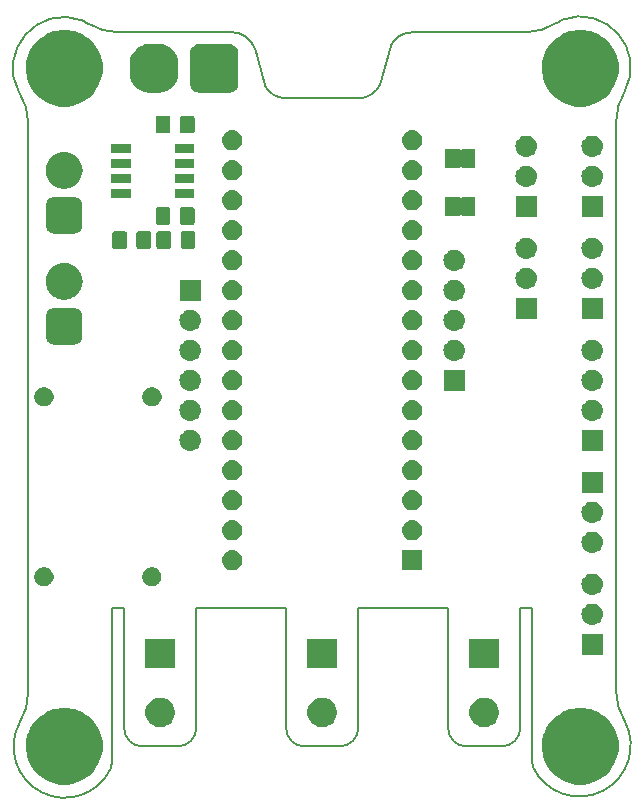
<source format=gts>
G04 #@! TF.GenerationSoftware,KiCad,Pcbnew,(5.0.2)-1*
G04 #@! TF.CreationDate,2019-06-27T12:51:54+02:00*
G04 #@! TF.ProjectId,PCB_RControl,5043425f-5243-46f6-9e74-726f6c2e6b69,rev?*
G04 #@! TF.SameCoordinates,PX6e75580PY80fd3d8*
G04 #@! TF.FileFunction,Soldermask,Top*
G04 #@! TF.FilePolarity,Negative*
%FSLAX46Y46*%
G04 Gerber Fmt 4.6, Leading zero omitted, Abs format (unit mm)*
G04 Created by KiCad (PCBNEW (5.0.2)-1) date 27/06/2019 12:51:54*
%MOMM*%
%LPD*%
G01*
G04 APERTURE LIST*
%ADD10C,0.150000*%
%ADD11C,0.100000*%
G04 APERTURE END LIST*
D10*
X43180000Y6223000D02*
G75*
G02X41656000Y4699000I-1524000J0D01*
G01*
X38608000Y4699000D02*
G75*
G02X37084000Y6223000I0J1524000D01*
G01*
X29464000Y6223000D02*
G75*
G02X27940000Y4699000I-1524000J0D01*
G01*
X24892000Y4699000D02*
G75*
G02X23368000Y6223000I0J1524000D01*
G01*
X15748000Y6223000D02*
G75*
G02X14224000Y4699000I-1524000J0D01*
G01*
X11176000Y4699000D02*
G75*
G02X9652000Y6223000I0J1524000D01*
G01*
X9144000Y65157898D02*
X18796000Y65157898D01*
X29565600Y59563000D02*
G75*
G03X31292767Y60682051I-101634J2049263D01*
G01*
X23266367Y59561549D02*
G75*
G02X21539200Y60680600I101634J2049263D01*
G01*
X18796000Y65151000D02*
G75*
G02X20701000Y63777954I0J-2008046D01*
G01*
X32208485Y64007376D02*
G75*
G02X34036000Y65151000I1827515J-888376D01*
G01*
X20701000Y63779400D02*
X21539200Y60680600D01*
X31292800Y60680600D02*
X32207200Y64008000D01*
X23266400Y59563000D02*
X29565600Y59563000D01*
X46291500Y65976500D02*
X46710600Y66217800D01*
X6096000Y66167000D02*
X6604000Y65887600D01*
X44196000Y3429000D02*
X44272200Y2908300D01*
X44271978Y2908193D02*
G75*
G03X52039520Y6822440I3918589J1888029D01*
G01*
X51308000Y9276080D02*
G75*
G03X52035576Y6828212I4791575J92131D01*
G01*
X8636000Y3454400D02*
X8509000Y2819400D01*
X34036000Y65151000D02*
X43688000Y65151000D01*
X46710558Y66217912D02*
G75*
G02X52032465Y60141254I1511907J-4044658D01*
G01*
X51304004Y57601254D02*
G75*
G02X52032466Y60141253I4792461J0D01*
G01*
X43688059Y65149549D02*
G75*
G03X46291500Y65976500I-88393J4789885D01*
G01*
X8502174Y2797261D02*
G75*
G02X795841Y6690366I-3896333J1861105D01*
G01*
X1524130Y9271001D02*
G75*
G02X795840Y6690367I-4792289J-40635D01*
G01*
X742276Y60060480D02*
G75*
G02X6096000Y66167000I3829724J2042520D01*
G01*
X1523595Y57480201D02*
G75*
G03X762000Y60071000I-4787494J0D01*
G01*
X9144000Y65157898D02*
G75*
G02X6604000Y65887600I0J4785563D01*
G01*
X51302920Y57622440D02*
X51308000Y9271000D01*
X44196000Y16383000D02*
X44196000Y3429000D01*
X43180000Y16383000D02*
X44196000Y16383000D01*
X43180000Y6223000D02*
X43180000Y16383000D01*
X38608000Y4699000D02*
X41656000Y4699000D01*
X37084000Y16383000D02*
X37084000Y6223000D01*
X29464000Y16383000D02*
X37084000Y16383000D01*
X29464000Y6223000D02*
X29464000Y16383000D01*
X24892000Y4699000D02*
X27940000Y4699000D01*
X23368000Y16383000D02*
X23368000Y6223000D01*
X15748000Y16383000D02*
X23368000Y16383000D01*
X15748000Y6223000D02*
X15748000Y16383000D01*
X11176000Y4699000D02*
X14224000Y4699000D01*
X9652000Y16383000D02*
X9652000Y6223000D01*
X8636000Y16383000D02*
X9652000Y16383000D01*
X8636000Y3454400D02*
X8636000Y16383000D01*
X1524000Y9271000D02*
X1524000Y57480200D01*
D11*
G36*
X48894239Y7887533D02*
X49208282Y7825066D01*
X49799926Y7579999D01*
X50089523Y7386496D01*
X50332395Y7224214D01*
X50785214Y6771395D01*
X50785216Y6771392D01*
X51140999Y6238926D01*
X51262724Y5945056D01*
X51386066Y5647281D01*
X51511000Y5019197D01*
X51511000Y4378803D01*
X51448533Y4064761D01*
X51386066Y3750718D01*
X51140999Y3159074D01*
X50893265Y2788315D01*
X50785214Y2626605D01*
X50332395Y2173786D01*
X50332392Y2173784D01*
X49799926Y1818001D01*
X49208282Y1572934D01*
X48894239Y1510467D01*
X48580197Y1448000D01*
X47939803Y1448000D01*
X47625761Y1510467D01*
X47311718Y1572934D01*
X46720074Y1818001D01*
X46187608Y2173784D01*
X46187605Y2173786D01*
X45734786Y2626605D01*
X45626735Y2788315D01*
X45379001Y3159074D01*
X45133934Y3750718D01*
X45071467Y4064761D01*
X45009000Y4378803D01*
X45009000Y5019197D01*
X45133934Y5647281D01*
X45257276Y5945056D01*
X45379001Y6238926D01*
X45734784Y6771392D01*
X45734786Y6771395D01*
X46187605Y7224214D01*
X46430477Y7386496D01*
X46720074Y7579999D01*
X47311718Y7825066D01*
X47625761Y7887533D01*
X47939803Y7950000D01*
X48580197Y7950000D01*
X48894239Y7887533D01*
X48894239Y7887533D01*
G37*
G36*
X5206239Y7887533D02*
X5520282Y7825066D01*
X6111926Y7579999D01*
X6401523Y7386496D01*
X6644395Y7224214D01*
X7097214Y6771395D01*
X7097216Y6771392D01*
X7452999Y6238926D01*
X7574724Y5945056D01*
X7698066Y5647281D01*
X7823000Y5019197D01*
X7823000Y4378803D01*
X7760533Y4064761D01*
X7698066Y3750718D01*
X7452999Y3159074D01*
X7205265Y2788315D01*
X7097214Y2626605D01*
X6644395Y2173786D01*
X6644392Y2173784D01*
X6111926Y1818001D01*
X5520282Y1572934D01*
X5206239Y1510467D01*
X4892197Y1448000D01*
X4251803Y1448000D01*
X3937761Y1510467D01*
X3623718Y1572934D01*
X3032074Y1818001D01*
X2499608Y2173784D01*
X2499605Y2173786D01*
X2046786Y2626605D01*
X1938735Y2788315D01*
X1691001Y3159074D01*
X1445934Y3750718D01*
X1383467Y4064761D01*
X1321000Y4378803D01*
X1321000Y5019197D01*
X1445934Y5647281D01*
X1569276Y5945056D01*
X1691001Y6238926D01*
X2046784Y6771392D01*
X2046786Y6771395D01*
X2499605Y7224214D01*
X2742477Y7386496D01*
X3032074Y7579999D01*
X3623718Y7825066D01*
X3937761Y7887533D01*
X4251803Y7950000D01*
X4892197Y7950000D01*
X5206239Y7887533D01*
X5206239Y7887533D01*
G37*
G36*
X40315635Y8811981D02*
X40496903Y8775925D01*
X40724571Y8681622D01*
X40928542Y8545332D01*
X40929469Y8544713D01*
X41103713Y8370469D01*
X41103715Y8370466D01*
X41240622Y8165571D01*
X41334925Y7937903D01*
X41383000Y7696213D01*
X41383000Y7449787D01*
X41334925Y7208097D01*
X41240622Y6980429D01*
X41104332Y6776458D01*
X41103713Y6775531D01*
X40929469Y6601287D01*
X40929466Y6601285D01*
X40724571Y6464378D01*
X40496903Y6370075D01*
X40315636Y6334019D01*
X40255214Y6322000D01*
X40008786Y6322000D01*
X39948364Y6334019D01*
X39767097Y6370075D01*
X39539429Y6464378D01*
X39334534Y6601285D01*
X39334531Y6601287D01*
X39160287Y6775531D01*
X39159668Y6776458D01*
X39023378Y6980429D01*
X38929075Y7208097D01*
X38881000Y7449787D01*
X38881000Y7696213D01*
X38929075Y7937903D01*
X39023378Y8165571D01*
X39160285Y8370466D01*
X39160287Y8370469D01*
X39334531Y8544713D01*
X39335458Y8545332D01*
X39539429Y8681622D01*
X39767097Y8775925D01*
X39948365Y8811981D01*
X40008786Y8824000D01*
X40255214Y8824000D01*
X40315635Y8811981D01*
X40315635Y8811981D01*
G37*
G36*
X12883635Y8811981D02*
X13064903Y8775925D01*
X13292571Y8681622D01*
X13496542Y8545332D01*
X13497469Y8544713D01*
X13671713Y8370469D01*
X13671715Y8370466D01*
X13808622Y8165571D01*
X13902925Y7937903D01*
X13951000Y7696213D01*
X13951000Y7449787D01*
X13902925Y7208097D01*
X13808622Y6980429D01*
X13672332Y6776458D01*
X13671713Y6775531D01*
X13497469Y6601287D01*
X13497466Y6601285D01*
X13292571Y6464378D01*
X13064903Y6370075D01*
X12883636Y6334019D01*
X12823214Y6322000D01*
X12576786Y6322000D01*
X12516364Y6334019D01*
X12335097Y6370075D01*
X12107429Y6464378D01*
X11902534Y6601285D01*
X11902531Y6601287D01*
X11728287Y6775531D01*
X11727668Y6776458D01*
X11591378Y6980429D01*
X11497075Y7208097D01*
X11449000Y7449787D01*
X11449000Y7696213D01*
X11497075Y7937903D01*
X11591378Y8165571D01*
X11728285Y8370466D01*
X11728287Y8370469D01*
X11902531Y8544713D01*
X11903458Y8545332D01*
X12107429Y8681622D01*
X12335097Y8775925D01*
X12516365Y8811981D01*
X12576786Y8824000D01*
X12823214Y8824000D01*
X12883635Y8811981D01*
X12883635Y8811981D01*
G37*
G36*
X26599635Y8811981D02*
X26780903Y8775925D01*
X27008571Y8681622D01*
X27212542Y8545332D01*
X27213469Y8544713D01*
X27387713Y8370469D01*
X27387715Y8370466D01*
X27524622Y8165571D01*
X27618925Y7937903D01*
X27667000Y7696213D01*
X27667000Y7449787D01*
X27618925Y7208097D01*
X27524622Y6980429D01*
X27388332Y6776458D01*
X27387713Y6775531D01*
X27213469Y6601287D01*
X27213466Y6601285D01*
X27008571Y6464378D01*
X26780903Y6370075D01*
X26599636Y6334019D01*
X26539214Y6322000D01*
X26292786Y6322000D01*
X26232364Y6334019D01*
X26051097Y6370075D01*
X25823429Y6464378D01*
X25618534Y6601285D01*
X25618531Y6601287D01*
X25444287Y6775531D01*
X25443668Y6776458D01*
X25307378Y6980429D01*
X25213075Y7208097D01*
X25165000Y7449787D01*
X25165000Y7696213D01*
X25213075Y7937903D01*
X25307378Y8165571D01*
X25444285Y8370466D01*
X25444287Y8370469D01*
X25618531Y8544713D01*
X25619458Y8545332D01*
X25823429Y8681622D01*
X26051097Y8775925D01*
X26232365Y8811981D01*
X26292786Y8824000D01*
X26539214Y8824000D01*
X26599635Y8811981D01*
X26599635Y8811981D01*
G37*
G36*
X13951000Y11322000D02*
X11449000Y11322000D01*
X11449000Y13824000D01*
X13951000Y13824000D01*
X13951000Y11322000D01*
X13951000Y11322000D01*
G37*
G36*
X41383000Y11322000D02*
X38881000Y11322000D01*
X38881000Y13824000D01*
X41383000Y13824000D01*
X41383000Y11322000D01*
X41383000Y11322000D01*
G37*
G36*
X27667000Y11322000D02*
X25165000Y11322000D01*
X25165000Y13824000D01*
X27667000Y13824000D01*
X27667000Y11322000D01*
X27667000Y11322000D01*
G37*
G36*
X50177000Y12434000D02*
X48375000Y12434000D01*
X48375000Y14236000D01*
X50177000Y14236000D01*
X50177000Y12434000D01*
X50177000Y12434000D01*
G37*
G36*
X49386442Y16769482D02*
X49452627Y16762963D01*
X49565853Y16728616D01*
X49622467Y16711443D01*
X49761087Y16637348D01*
X49778991Y16627778D01*
X49814729Y16598448D01*
X49916186Y16515186D01*
X49999448Y16413729D01*
X50028778Y16377991D01*
X50028779Y16377989D01*
X50112443Y16221467D01*
X50112443Y16221466D01*
X50163963Y16051627D01*
X50181359Y15875000D01*
X50163963Y15698373D01*
X50129616Y15585147D01*
X50112443Y15528533D01*
X50038348Y15389913D01*
X50028778Y15372009D01*
X49999448Y15336271D01*
X49916186Y15234814D01*
X49814729Y15151552D01*
X49778991Y15122222D01*
X49778989Y15122221D01*
X49622467Y15038557D01*
X49565853Y15021384D01*
X49452627Y14987037D01*
X49386442Y14980518D01*
X49320260Y14974000D01*
X49231740Y14974000D01*
X49165558Y14980518D01*
X49099373Y14987037D01*
X48986147Y15021384D01*
X48929533Y15038557D01*
X48773011Y15122221D01*
X48773009Y15122222D01*
X48737271Y15151552D01*
X48635814Y15234814D01*
X48552552Y15336271D01*
X48523222Y15372009D01*
X48513652Y15389913D01*
X48439557Y15528533D01*
X48422384Y15585147D01*
X48388037Y15698373D01*
X48370641Y15875000D01*
X48388037Y16051627D01*
X48439557Y16221466D01*
X48439557Y16221467D01*
X48523221Y16377989D01*
X48523222Y16377991D01*
X48552552Y16413729D01*
X48635814Y16515186D01*
X48737271Y16598448D01*
X48773009Y16627778D01*
X48790913Y16637348D01*
X48929533Y16711443D01*
X48986147Y16728616D01*
X49099373Y16762963D01*
X49165558Y16769482D01*
X49231740Y16776000D01*
X49320260Y16776000D01*
X49386442Y16769482D01*
X49386442Y16769482D01*
G37*
G36*
X49386442Y19309482D02*
X49452627Y19302963D01*
X49565853Y19268616D01*
X49622467Y19251443D01*
X49761087Y19177348D01*
X49778991Y19167778D01*
X49814729Y19138448D01*
X49916186Y19055186D01*
X49986156Y18969926D01*
X50028778Y18917991D01*
X50028779Y18917989D01*
X50112443Y18761467D01*
X50112443Y18761466D01*
X50163963Y18591627D01*
X50181359Y18415000D01*
X50163963Y18238373D01*
X50129616Y18125147D01*
X50112443Y18068533D01*
X50038348Y17929913D01*
X50028778Y17912009D01*
X49999448Y17876271D01*
X49916186Y17774814D01*
X49814729Y17691552D01*
X49778991Y17662222D01*
X49778989Y17662221D01*
X49622467Y17578557D01*
X49565853Y17561384D01*
X49452627Y17527037D01*
X49386442Y17520518D01*
X49320260Y17514000D01*
X49231740Y17514000D01*
X49165558Y17520518D01*
X49099373Y17527037D01*
X48986147Y17561384D01*
X48929533Y17578557D01*
X48773011Y17662221D01*
X48773009Y17662222D01*
X48737271Y17691552D01*
X48635814Y17774814D01*
X48552552Y17876271D01*
X48523222Y17912009D01*
X48513652Y17929913D01*
X48439557Y18068533D01*
X48422384Y18125147D01*
X48388037Y18238373D01*
X48370641Y18415000D01*
X48388037Y18591627D01*
X48439557Y18761466D01*
X48439557Y18761467D01*
X48523221Y18917989D01*
X48523222Y18917991D01*
X48565844Y18969926D01*
X48635814Y19055186D01*
X48737271Y19138448D01*
X48773009Y19167778D01*
X48790913Y19177348D01*
X48929533Y19251443D01*
X48986147Y19268616D01*
X49099373Y19302963D01*
X49165558Y19309482D01*
X49231740Y19316000D01*
X49320260Y19316000D01*
X49386442Y19309482D01*
X49386442Y19309482D01*
G37*
G36*
X12234642Y19831758D02*
X12382602Y19770470D01*
X12515758Y19681498D01*
X12628998Y19568258D01*
X12717970Y19435102D01*
X12779258Y19287142D01*
X12810500Y19130075D01*
X12810500Y18969925D01*
X12779258Y18812858D01*
X12717970Y18664898D01*
X12628998Y18531742D01*
X12515758Y18418502D01*
X12382602Y18329530D01*
X12234642Y18268242D01*
X12077575Y18237000D01*
X11917425Y18237000D01*
X11760358Y18268242D01*
X11612398Y18329530D01*
X11479242Y18418502D01*
X11366002Y18531742D01*
X11277030Y18664898D01*
X11215742Y18812858D01*
X11184500Y18969925D01*
X11184500Y19130075D01*
X11215742Y19287142D01*
X11277030Y19435102D01*
X11366002Y19568258D01*
X11479242Y19681498D01*
X11612398Y19770470D01*
X11760358Y19831758D01*
X11917425Y19863000D01*
X12077575Y19863000D01*
X12234642Y19831758D01*
X12234642Y19831758D01*
G37*
G36*
X3094642Y19831758D02*
X3242602Y19770470D01*
X3375758Y19681498D01*
X3488998Y19568258D01*
X3577970Y19435102D01*
X3639258Y19287142D01*
X3670500Y19130075D01*
X3670500Y18969925D01*
X3639258Y18812858D01*
X3577970Y18664898D01*
X3488998Y18531742D01*
X3375758Y18418502D01*
X3242602Y18329530D01*
X3094642Y18268242D01*
X2937575Y18237000D01*
X2777425Y18237000D01*
X2620358Y18268242D01*
X2472398Y18329530D01*
X2339242Y18418502D01*
X2226002Y18531742D01*
X2137030Y18664898D01*
X2075742Y18812858D01*
X2044500Y18969925D01*
X2044500Y19130075D01*
X2075742Y19287142D01*
X2137030Y19435102D01*
X2226002Y19568258D01*
X2339242Y19681498D01*
X2472398Y19770470D01*
X2620358Y19831758D01*
X2777425Y19863000D01*
X2937575Y19863000D01*
X3094642Y19831758D01*
X3094642Y19831758D01*
G37*
G36*
X18962821Y21285687D02*
X18962824Y21285686D01*
X18962825Y21285686D01*
X19123239Y21237025D01*
X19123241Y21237024D01*
X19123244Y21237023D01*
X19271078Y21158005D01*
X19400659Y21051659D01*
X19507005Y20922078D01*
X19586023Y20774244D01*
X19634687Y20613821D01*
X19651117Y20447000D01*
X19634687Y20280179D01*
X19586023Y20119756D01*
X19507005Y19971922D01*
X19400659Y19842341D01*
X19271078Y19735995D01*
X19123244Y19656977D01*
X19123241Y19656976D01*
X19123239Y19656975D01*
X18962825Y19608314D01*
X18962824Y19608314D01*
X18962821Y19608313D01*
X18837804Y19596000D01*
X18754196Y19596000D01*
X18629179Y19608313D01*
X18629176Y19608314D01*
X18629175Y19608314D01*
X18468761Y19656975D01*
X18468759Y19656976D01*
X18468756Y19656977D01*
X18320922Y19735995D01*
X18191341Y19842341D01*
X18084995Y19971922D01*
X18005977Y20119756D01*
X17957313Y20280179D01*
X17940883Y20447000D01*
X17957313Y20613821D01*
X18005977Y20774244D01*
X18084995Y20922078D01*
X18191341Y21051659D01*
X18320922Y21158005D01*
X18468756Y21237023D01*
X18468759Y21237024D01*
X18468761Y21237025D01*
X18629175Y21285686D01*
X18629176Y21285686D01*
X18629179Y21285687D01*
X18754196Y21298000D01*
X18837804Y21298000D01*
X18962821Y21285687D01*
X18962821Y21285687D01*
G37*
G36*
X34887000Y19596000D02*
X33185000Y19596000D01*
X33185000Y21298000D01*
X34887000Y21298000D01*
X34887000Y19596000D01*
X34887000Y19596000D01*
G37*
G36*
X49386443Y22865481D02*
X49452627Y22858963D01*
X49565853Y22824616D01*
X49622467Y22807443D01*
X49761087Y22733348D01*
X49778991Y22723778D01*
X49814729Y22694448D01*
X49916186Y22611186D01*
X49997649Y22511922D01*
X50028778Y22473991D01*
X50028779Y22473989D01*
X50112443Y22317467D01*
X50112443Y22317466D01*
X50163963Y22147627D01*
X50181359Y21971000D01*
X50163963Y21794373D01*
X50129616Y21681147D01*
X50112443Y21624533D01*
X50038348Y21485913D01*
X50028778Y21468009D01*
X49999448Y21432271D01*
X49916186Y21330814D01*
X49814729Y21247552D01*
X49778991Y21218222D01*
X49778989Y21218221D01*
X49622467Y21134557D01*
X49565853Y21117384D01*
X49452627Y21083037D01*
X49386442Y21076518D01*
X49320260Y21070000D01*
X49231740Y21070000D01*
X49165558Y21076518D01*
X49099373Y21083037D01*
X48986147Y21117384D01*
X48929533Y21134557D01*
X48773011Y21218221D01*
X48773009Y21218222D01*
X48737271Y21247552D01*
X48635814Y21330814D01*
X48552552Y21432271D01*
X48523222Y21468009D01*
X48513652Y21485913D01*
X48439557Y21624533D01*
X48422384Y21681147D01*
X48388037Y21794373D01*
X48370641Y21971000D01*
X48388037Y22147627D01*
X48439557Y22317466D01*
X48439557Y22317467D01*
X48523221Y22473989D01*
X48523222Y22473991D01*
X48554351Y22511922D01*
X48635814Y22611186D01*
X48737271Y22694448D01*
X48773009Y22723778D01*
X48790913Y22733348D01*
X48929533Y22807443D01*
X48986147Y22824616D01*
X49099373Y22858963D01*
X49165557Y22865481D01*
X49231740Y22872000D01*
X49320260Y22872000D01*
X49386443Y22865481D01*
X49386443Y22865481D01*
G37*
G36*
X34202821Y23825687D02*
X34202824Y23825686D01*
X34202825Y23825686D01*
X34363239Y23777025D01*
X34363241Y23777024D01*
X34363244Y23777023D01*
X34511078Y23698005D01*
X34640659Y23591659D01*
X34747005Y23462078D01*
X34826023Y23314244D01*
X34874687Y23153821D01*
X34891117Y22987000D01*
X34874687Y22820179D01*
X34874686Y22820176D01*
X34874686Y22820175D01*
X34845445Y22723779D01*
X34826023Y22659756D01*
X34747005Y22511922D01*
X34640659Y22382341D01*
X34511078Y22275995D01*
X34363244Y22196977D01*
X34363241Y22196976D01*
X34363239Y22196975D01*
X34202825Y22148314D01*
X34202824Y22148314D01*
X34202821Y22148313D01*
X34077804Y22136000D01*
X33994196Y22136000D01*
X33869179Y22148313D01*
X33869176Y22148314D01*
X33869175Y22148314D01*
X33708761Y22196975D01*
X33708759Y22196976D01*
X33708756Y22196977D01*
X33560922Y22275995D01*
X33431341Y22382341D01*
X33324995Y22511922D01*
X33245977Y22659756D01*
X33226556Y22723779D01*
X33197314Y22820175D01*
X33197314Y22820176D01*
X33197313Y22820179D01*
X33180883Y22987000D01*
X33197313Y23153821D01*
X33245977Y23314244D01*
X33324995Y23462078D01*
X33431341Y23591659D01*
X33560922Y23698005D01*
X33708756Y23777023D01*
X33708759Y23777024D01*
X33708761Y23777025D01*
X33869175Y23825686D01*
X33869176Y23825686D01*
X33869179Y23825687D01*
X33994196Y23838000D01*
X34077804Y23838000D01*
X34202821Y23825687D01*
X34202821Y23825687D01*
G37*
G36*
X18962821Y23825687D02*
X18962824Y23825686D01*
X18962825Y23825686D01*
X19123239Y23777025D01*
X19123241Y23777024D01*
X19123244Y23777023D01*
X19271078Y23698005D01*
X19400659Y23591659D01*
X19507005Y23462078D01*
X19586023Y23314244D01*
X19634687Y23153821D01*
X19651117Y22987000D01*
X19634687Y22820179D01*
X19634686Y22820176D01*
X19634686Y22820175D01*
X19605445Y22723779D01*
X19586023Y22659756D01*
X19507005Y22511922D01*
X19400659Y22382341D01*
X19271078Y22275995D01*
X19123244Y22196977D01*
X19123241Y22196976D01*
X19123239Y22196975D01*
X18962825Y22148314D01*
X18962824Y22148314D01*
X18962821Y22148313D01*
X18837804Y22136000D01*
X18754196Y22136000D01*
X18629179Y22148313D01*
X18629176Y22148314D01*
X18629175Y22148314D01*
X18468761Y22196975D01*
X18468759Y22196976D01*
X18468756Y22196977D01*
X18320922Y22275995D01*
X18191341Y22382341D01*
X18084995Y22511922D01*
X18005977Y22659756D01*
X17986556Y22723779D01*
X17957314Y22820175D01*
X17957314Y22820176D01*
X17957313Y22820179D01*
X17940883Y22987000D01*
X17957313Y23153821D01*
X18005977Y23314244D01*
X18084995Y23462078D01*
X18191341Y23591659D01*
X18320922Y23698005D01*
X18468756Y23777023D01*
X18468759Y23777024D01*
X18468761Y23777025D01*
X18629175Y23825686D01*
X18629176Y23825686D01*
X18629179Y23825687D01*
X18754196Y23838000D01*
X18837804Y23838000D01*
X18962821Y23825687D01*
X18962821Y23825687D01*
G37*
G36*
X49386443Y25405481D02*
X49452627Y25398963D01*
X49565853Y25364616D01*
X49622467Y25347443D01*
X49761087Y25273348D01*
X49778991Y25263778D01*
X49814729Y25234448D01*
X49916186Y25151186D01*
X49997649Y25051922D01*
X50028778Y25013991D01*
X50028779Y25013989D01*
X50112443Y24857467D01*
X50112443Y24857466D01*
X50163963Y24687627D01*
X50181359Y24511000D01*
X50163963Y24334373D01*
X50129616Y24221147D01*
X50112443Y24164533D01*
X50038348Y24025913D01*
X50028778Y24008009D01*
X49999448Y23972271D01*
X49916186Y23870814D01*
X49814729Y23787552D01*
X49778991Y23758222D01*
X49778989Y23758221D01*
X49622467Y23674557D01*
X49565853Y23657384D01*
X49452627Y23623037D01*
X49386443Y23616519D01*
X49320260Y23610000D01*
X49231740Y23610000D01*
X49165557Y23616519D01*
X49099373Y23623037D01*
X48986147Y23657384D01*
X48929533Y23674557D01*
X48773011Y23758221D01*
X48773009Y23758222D01*
X48737271Y23787552D01*
X48635814Y23870814D01*
X48552552Y23972271D01*
X48523222Y24008009D01*
X48513652Y24025913D01*
X48439557Y24164533D01*
X48422384Y24221147D01*
X48388037Y24334373D01*
X48370641Y24511000D01*
X48388037Y24687627D01*
X48439557Y24857466D01*
X48439557Y24857467D01*
X48523221Y25013989D01*
X48523222Y25013991D01*
X48554351Y25051922D01*
X48635814Y25151186D01*
X48737271Y25234448D01*
X48773009Y25263778D01*
X48790913Y25273348D01*
X48929533Y25347443D01*
X48986147Y25364616D01*
X49099373Y25398963D01*
X49165557Y25405481D01*
X49231740Y25412000D01*
X49320260Y25412000D01*
X49386443Y25405481D01*
X49386443Y25405481D01*
G37*
G36*
X18962821Y26365687D02*
X18962824Y26365686D01*
X18962825Y26365686D01*
X19123239Y26317025D01*
X19123241Y26317024D01*
X19123244Y26317023D01*
X19271078Y26238005D01*
X19400659Y26131659D01*
X19507005Y26002078D01*
X19586023Y25854244D01*
X19634687Y25693821D01*
X19651117Y25527000D01*
X19634687Y25360179D01*
X19634686Y25360176D01*
X19634686Y25360175D01*
X19605445Y25263779D01*
X19586023Y25199756D01*
X19507005Y25051922D01*
X19400659Y24922341D01*
X19271078Y24815995D01*
X19123244Y24736977D01*
X19123241Y24736976D01*
X19123239Y24736975D01*
X18962825Y24688314D01*
X18962824Y24688314D01*
X18962821Y24688313D01*
X18837804Y24676000D01*
X18754196Y24676000D01*
X18629179Y24688313D01*
X18629176Y24688314D01*
X18629175Y24688314D01*
X18468761Y24736975D01*
X18468759Y24736976D01*
X18468756Y24736977D01*
X18320922Y24815995D01*
X18191341Y24922341D01*
X18084995Y25051922D01*
X18005977Y25199756D01*
X17986556Y25263779D01*
X17957314Y25360175D01*
X17957314Y25360176D01*
X17957313Y25360179D01*
X17940883Y25527000D01*
X17957313Y25693821D01*
X18005977Y25854244D01*
X18084995Y26002078D01*
X18191341Y26131659D01*
X18320922Y26238005D01*
X18468756Y26317023D01*
X18468759Y26317024D01*
X18468761Y26317025D01*
X18629175Y26365686D01*
X18629176Y26365686D01*
X18629179Y26365687D01*
X18754196Y26378000D01*
X18837804Y26378000D01*
X18962821Y26365687D01*
X18962821Y26365687D01*
G37*
G36*
X34202821Y26365687D02*
X34202824Y26365686D01*
X34202825Y26365686D01*
X34363239Y26317025D01*
X34363241Y26317024D01*
X34363244Y26317023D01*
X34511078Y26238005D01*
X34640659Y26131659D01*
X34747005Y26002078D01*
X34826023Y25854244D01*
X34874687Y25693821D01*
X34891117Y25527000D01*
X34874687Y25360179D01*
X34874686Y25360176D01*
X34874686Y25360175D01*
X34845445Y25263779D01*
X34826023Y25199756D01*
X34747005Y25051922D01*
X34640659Y24922341D01*
X34511078Y24815995D01*
X34363244Y24736977D01*
X34363241Y24736976D01*
X34363239Y24736975D01*
X34202825Y24688314D01*
X34202824Y24688314D01*
X34202821Y24688313D01*
X34077804Y24676000D01*
X33994196Y24676000D01*
X33869179Y24688313D01*
X33869176Y24688314D01*
X33869175Y24688314D01*
X33708761Y24736975D01*
X33708759Y24736976D01*
X33708756Y24736977D01*
X33560922Y24815995D01*
X33431341Y24922341D01*
X33324995Y25051922D01*
X33245977Y25199756D01*
X33226556Y25263779D01*
X33197314Y25360175D01*
X33197314Y25360176D01*
X33197313Y25360179D01*
X33180883Y25527000D01*
X33197313Y25693821D01*
X33245977Y25854244D01*
X33324995Y26002078D01*
X33431341Y26131659D01*
X33560922Y26238005D01*
X33708756Y26317023D01*
X33708759Y26317024D01*
X33708761Y26317025D01*
X33869175Y26365686D01*
X33869176Y26365686D01*
X33869179Y26365687D01*
X33994196Y26378000D01*
X34077804Y26378000D01*
X34202821Y26365687D01*
X34202821Y26365687D01*
G37*
G36*
X50177000Y26150000D02*
X48375000Y26150000D01*
X48375000Y27952000D01*
X50177000Y27952000D01*
X50177000Y26150000D01*
X50177000Y26150000D01*
G37*
G36*
X18962821Y28905687D02*
X18962824Y28905686D01*
X18962825Y28905686D01*
X19123239Y28857025D01*
X19123241Y28857024D01*
X19123244Y28857023D01*
X19271078Y28778005D01*
X19400659Y28671659D01*
X19507005Y28542078D01*
X19586023Y28394244D01*
X19634687Y28233821D01*
X19651117Y28067000D01*
X19634687Y27900179D01*
X19586023Y27739756D01*
X19507005Y27591922D01*
X19400659Y27462341D01*
X19271078Y27355995D01*
X19123244Y27276977D01*
X19123241Y27276976D01*
X19123239Y27276975D01*
X18962825Y27228314D01*
X18962824Y27228314D01*
X18962821Y27228313D01*
X18837804Y27216000D01*
X18754196Y27216000D01*
X18629179Y27228313D01*
X18629176Y27228314D01*
X18629175Y27228314D01*
X18468761Y27276975D01*
X18468759Y27276976D01*
X18468756Y27276977D01*
X18320922Y27355995D01*
X18191341Y27462341D01*
X18084995Y27591922D01*
X18005977Y27739756D01*
X17957313Y27900179D01*
X17940883Y28067000D01*
X17957313Y28233821D01*
X18005977Y28394244D01*
X18084995Y28542078D01*
X18191341Y28671659D01*
X18320922Y28778005D01*
X18468756Y28857023D01*
X18468759Y28857024D01*
X18468761Y28857025D01*
X18629175Y28905686D01*
X18629176Y28905686D01*
X18629179Y28905687D01*
X18754196Y28918000D01*
X18837804Y28918000D01*
X18962821Y28905687D01*
X18962821Y28905687D01*
G37*
G36*
X34202821Y28905687D02*
X34202824Y28905686D01*
X34202825Y28905686D01*
X34363239Y28857025D01*
X34363241Y28857024D01*
X34363244Y28857023D01*
X34511078Y28778005D01*
X34640659Y28671659D01*
X34747005Y28542078D01*
X34826023Y28394244D01*
X34874687Y28233821D01*
X34891117Y28067000D01*
X34874687Y27900179D01*
X34826023Y27739756D01*
X34747005Y27591922D01*
X34640659Y27462341D01*
X34511078Y27355995D01*
X34363244Y27276977D01*
X34363241Y27276976D01*
X34363239Y27276975D01*
X34202825Y27228314D01*
X34202824Y27228314D01*
X34202821Y27228313D01*
X34077804Y27216000D01*
X33994196Y27216000D01*
X33869179Y27228313D01*
X33869176Y27228314D01*
X33869175Y27228314D01*
X33708761Y27276975D01*
X33708759Y27276976D01*
X33708756Y27276977D01*
X33560922Y27355995D01*
X33431341Y27462341D01*
X33324995Y27591922D01*
X33245977Y27739756D01*
X33197313Y27900179D01*
X33180883Y28067000D01*
X33197313Y28233821D01*
X33245977Y28394244D01*
X33324995Y28542078D01*
X33431341Y28671659D01*
X33560922Y28778005D01*
X33708756Y28857023D01*
X33708759Y28857024D01*
X33708761Y28857025D01*
X33869175Y28905686D01*
X33869176Y28905686D01*
X33869179Y28905687D01*
X33994196Y28918000D01*
X34077804Y28918000D01*
X34202821Y28905687D01*
X34202821Y28905687D01*
G37*
G36*
X50177000Y29706000D02*
X48375000Y29706000D01*
X48375000Y31508000D01*
X50177000Y31508000D01*
X50177000Y29706000D01*
X50177000Y29706000D01*
G37*
G36*
X15350442Y31501482D02*
X15416627Y31494963D01*
X15529853Y31460616D01*
X15586467Y31443443D01*
X15673311Y31397023D01*
X15742991Y31359778D01*
X15778729Y31330448D01*
X15880186Y31247186D01*
X15963448Y31145729D01*
X15992778Y31109991D01*
X15992779Y31109989D01*
X16076443Y30953467D01*
X16093616Y30896853D01*
X16127963Y30783627D01*
X16145359Y30607000D01*
X16127963Y30430373D01*
X16093616Y30317147D01*
X16076443Y30260533D01*
X16007698Y30131922D01*
X15992778Y30104009D01*
X15963448Y30068271D01*
X15880186Y29966814D01*
X15778729Y29883552D01*
X15742991Y29854222D01*
X15742989Y29854221D01*
X15586467Y29770557D01*
X15579069Y29768313D01*
X15416627Y29719037D01*
X15350442Y29712518D01*
X15284260Y29706000D01*
X15195740Y29706000D01*
X15129558Y29712518D01*
X15063373Y29719037D01*
X14900931Y29768313D01*
X14893533Y29770557D01*
X14737011Y29854221D01*
X14737009Y29854222D01*
X14701271Y29883552D01*
X14599814Y29966814D01*
X14516552Y30068271D01*
X14487222Y30104009D01*
X14472302Y30131922D01*
X14403557Y30260533D01*
X14386384Y30317147D01*
X14352037Y30430373D01*
X14334641Y30607000D01*
X14352037Y30783627D01*
X14386384Y30896853D01*
X14403557Y30953467D01*
X14487221Y31109989D01*
X14487222Y31109991D01*
X14516552Y31145729D01*
X14599814Y31247186D01*
X14701271Y31330448D01*
X14737009Y31359778D01*
X14806689Y31397023D01*
X14893533Y31443443D01*
X14950147Y31460616D01*
X15063373Y31494963D01*
X15129558Y31501482D01*
X15195740Y31508000D01*
X15284260Y31508000D01*
X15350442Y31501482D01*
X15350442Y31501482D01*
G37*
G36*
X34202821Y31445687D02*
X34202824Y31445686D01*
X34202825Y31445686D01*
X34363239Y31397025D01*
X34363241Y31397024D01*
X34363244Y31397023D01*
X34511078Y31318005D01*
X34640659Y31211659D01*
X34747005Y31082078D01*
X34826023Y30934244D01*
X34826024Y30934241D01*
X34826025Y30934239D01*
X34871713Y30783625D01*
X34874687Y30773821D01*
X34891117Y30607000D01*
X34874687Y30440179D01*
X34874686Y30440176D01*
X34874686Y30440175D01*
X34871713Y30430373D01*
X34826023Y30279756D01*
X34747005Y30131922D01*
X34640659Y30002341D01*
X34511078Y29895995D01*
X34363244Y29816977D01*
X34363241Y29816976D01*
X34363239Y29816975D01*
X34202825Y29768314D01*
X34202824Y29768314D01*
X34202821Y29768313D01*
X34077804Y29756000D01*
X33994196Y29756000D01*
X33869179Y29768313D01*
X33869176Y29768314D01*
X33869175Y29768314D01*
X33708761Y29816975D01*
X33708759Y29816976D01*
X33708756Y29816977D01*
X33560922Y29895995D01*
X33431341Y30002341D01*
X33324995Y30131922D01*
X33245977Y30279756D01*
X33200288Y30430373D01*
X33197314Y30440175D01*
X33197314Y30440176D01*
X33197313Y30440179D01*
X33180883Y30607000D01*
X33197313Y30773821D01*
X33200287Y30783625D01*
X33245975Y30934239D01*
X33245976Y30934241D01*
X33245977Y30934244D01*
X33324995Y31082078D01*
X33431341Y31211659D01*
X33560922Y31318005D01*
X33708756Y31397023D01*
X33708759Y31397024D01*
X33708761Y31397025D01*
X33869175Y31445686D01*
X33869176Y31445686D01*
X33869179Y31445687D01*
X33994196Y31458000D01*
X34077804Y31458000D01*
X34202821Y31445687D01*
X34202821Y31445687D01*
G37*
G36*
X18962821Y31445687D02*
X18962824Y31445686D01*
X18962825Y31445686D01*
X19123239Y31397025D01*
X19123241Y31397024D01*
X19123244Y31397023D01*
X19271078Y31318005D01*
X19400659Y31211659D01*
X19507005Y31082078D01*
X19586023Y30934244D01*
X19586024Y30934241D01*
X19586025Y30934239D01*
X19631713Y30783625D01*
X19634687Y30773821D01*
X19651117Y30607000D01*
X19634687Y30440179D01*
X19634686Y30440176D01*
X19634686Y30440175D01*
X19631713Y30430373D01*
X19586023Y30279756D01*
X19507005Y30131922D01*
X19400659Y30002341D01*
X19271078Y29895995D01*
X19123244Y29816977D01*
X19123241Y29816976D01*
X19123239Y29816975D01*
X18962825Y29768314D01*
X18962824Y29768314D01*
X18962821Y29768313D01*
X18837804Y29756000D01*
X18754196Y29756000D01*
X18629179Y29768313D01*
X18629176Y29768314D01*
X18629175Y29768314D01*
X18468761Y29816975D01*
X18468759Y29816976D01*
X18468756Y29816977D01*
X18320922Y29895995D01*
X18191341Y30002341D01*
X18084995Y30131922D01*
X18005977Y30279756D01*
X17960288Y30430373D01*
X17957314Y30440175D01*
X17957314Y30440176D01*
X17957313Y30440179D01*
X17940883Y30607000D01*
X17957313Y30773821D01*
X17960287Y30783625D01*
X18005975Y30934239D01*
X18005976Y30934241D01*
X18005977Y30934244D01*
X18084995Y31082078D01*
X18191341Y31211659D01*
X18320922Y31318005D01*
X18468756Y31397023D01*
X18468759Y31397024D01*
X18468761Y31397025D01*
X18629175Y31445686D01*
X18629176Y31445686D01*
X18629179Y31445687D01*
X18754196Y31458000D01*
X18837804Y31458000D01*
X18962821Y31445687D01*
X18962821Y31445687D01*
G37*
G36*
X15350442Y34041482D02*
X15416627Y34034963D01*
X15529853Y34000616D01*
X15586467Y33983443D01*
X15673311Y33937023D01*
X15742991Y33899778D01*
X15778729Y33870448D01*
X15880186Y33787186D01*
X15963448Y33685729D01*
X15992778Y33649991D01*
X15992779Y33649989D01*
X16076443Y33493467D01*
X16093616Y33436853D01*
X16127963Y33323627D01*
X16145359Y33147000D01*
X16127963Y32970373D01*
X16093616Y32857147D01*
X16076443Y32800533D01*
X16007698Y32671922D01*
X15992778Y32644009D01*
X15963448Y32608271D01*
X15880186Y32506814D01*
X15778729Y32423552D01*
X15742991Y32394222D01*
X15742989Y32394221D01*
X15586467Y32310557D01*
X15579069Y32308313D01*
X15416627Y32259037D01*
X15350443Y32252519D01*
X15284260Y32246000D01*
X15195740Y32246000D01*
X15129558Y32252518D01*
X15063373Y32259037D01*
X14900931Y32308313D01*
X14893533Y32310557D01*
X14737011Y32394221D01*
X14737009Y32394222D01*
X14701271Y32423552D01*
X14599814Y32506814D01*
X14516552Y32608271D01*
X14487222Y32644009D01*
X14472302Y32671922D01*
X14403557Y32800533D01*
X14386384Y32857147D01*
X14352037Y32970373D01*
X14334641Y33147000D01*
X14352037Y33323627D01*
X14386384Y33436853D01*
X14403557Y33493467D01*
X14487221Y33649989D01*
X14487222Y33649991D01*
X14516552Y33685729D01*
X14599814Y33787186D01*
X14701271Y33870448D01*
X14737009Y33899778D01*
X14806689Y33937023D01*
X14893533Y33983443D01*
X14950147Y34000616D01*
X15063373Y34034963D01*
X15129557Y34041481D01*
X15195740Y34048000D01*
X15284260Y34048000D01*
X15350442Y34041482D01*
X15350442Y34041482D01*
G37*
G36*
X49386442Y34041482D02*
X49452627Y34034963D01*
X49565853Y34000616D01*
X49622467Y33983443D01*
X49709311Y33937023D01*
X49778991Y33899778D01*
X49814729Y33870448D01*
X49916186Y33787186D01*
X49999448Y33685729D01*
X50028778Y33649991D01*
X50028779Y33649989D01*
X50112443Y33493467D01*
X50129616Y33436853D01*
X50163963Y33323627D01*
X50181359Y33147000D01*
X50163963Y32970373D01*
X50129616Y32857147D01*
X50112443Y32800533D01*
X50043698Y32671922D01*
X50028778Y32644009D01*
X49999448Y32608271D01*
X49916186Y32506814D01*
X49814729Y32423552D01*
X49778991Y32394222D01*
X49778989Y32394221D01*
X49622467Y32310557D01*
X49615069Y32308313D01*
X49452627Y32259037D01*
X49386443Y32252519D01*
X49320260Y32246000D01*
X49231740Y32246000D01*
X49165558Y32252518D01*
X49099373Y32259037D01*
X48936931Y32308313D01*
X48929533Y32310557D01*
X48773011Y32394221D01*
X48773009Y32394222D01*
X48737271Y32423552D01*
X48635814Y32506814D01*
X48552552Y32608271D01*
X48523222Y32644009D01*
X48508302Y32671922D01*
X48439557Y32800533D01*
X48422384Y32857147D01*
X48388037Y32970373D01*
X48370641Y33147000D01*
X48388037Y33323627D01*
X48422384Y33436853D01*
X48439557Y33493467D01*
X48523221Y33649989D01*
X48523222Y33649991D01*
X48552552Y33685729D01*
X48635814Y33787186D01*
X48737271Y33870448D01*
X48773009Y33899778D01*
X48842689Y33937023D01*
X48929533Y33983443D01*
X48986147Y34000616D01*
X49099373Y34034963D01*
X49165557Y34041481D01*
X49231740Y34048000D01*
X49320260Y34048000D01*
X49386442Y34041482D01*
X49386442Y34041482D01*
G37*
G36*
X34202821Y33985687D02*
X34202824Y33985686D01*
X34202825Y33985686D01*
X34363239Y33937025D01*
X34363241Y33937024D01*
X34363244Y33937023D01*
X34511078Y33858005D01*
X34640659Y33751659D01*
X34747005Y33622078D01*
X34826023Y33474244D01*
X34826024Y33474241D01*
X34826025Y33474239D01*
X34871713Y33323625D01*
X34874687Y33313821D01*
X34891117Y33147000D01*
X34874687Y32980179D01*
X34874686Y32980176D01*
X34874686Y32980175D01*
X34871713Y32970373D01*
X34826023Y32819756D01*
X34747005Y32671922D01*
X34640659Y32542341D01*
X34511078Y32435995D01*
X34363244Y32356977D01*
X34363241Y32356976D01*
X34363239Y32356975D01*
X34202825Y32308314D01*
X34202824Y32308314D01*
X34202821Y32308313D01*
X34077804Y32296000D01*
X33994196Y32296000D01*
X33869179Y32308313D01*
X33869176Y32308314D01*
X33869175Y32308314D01*
X33708761Y32356975D01*
X33708759Y32356976D01*
X33708756Y32356977D01*
X33560922Y32435995D01*
X33431341Y32542341D01*
X33324995Y32671922D01*
X33245977Y32819756D01*
X33200288Y32970373D01*
X33197314Y32980175D01*
X33197314Y32980176D01*
X33197313Y32980179D01*
X33180883Y33147000D01*
X33197313Y33313821D01*
X33200287Y33323625D01*
X33245975Y33474239D01*
X33245976Y33474241D01*
X33245977Y33474244D01*
X33324995Y33622078D01*
X33431341Y33751659D01*
X33560922Y33858005D01*
X33708756Y33937023D01*
X33708759Y33937024D01*
X33708761Y33937025D01*
X33869175Y33985686D01*
X33869176Y33985686D01*
X33869179Y33985687D01*
X33994196Y33998000D01*
X34077804Y33998000D01*
X34202821Y33985687D01*
X34202821Y33985687D01*
G37*
G36*
X18962821Y33985687D02*
X18962824Y33985686D01*
X18962825Y33985686D01*
X19123239Y33937025D01*
X19123241Y33937024D01*
X19123244Y33937023D01*
X19271078Y33858005D01*
X19400659Y33751659D01*
X19507005Y33622078D01*
X19586023Y33474244D01*
X19586024Y33474241D01*
X19586025Y33474239D01*
X19631713Y33323625D01*
X19634687Y33313821D01*
X19651117Y33147000D01*
X19634687Y32980179D01*
X19634686Y32980176D01*
X19634686Y32980175D01*
X19631713Y32970373D01*
X19586023Y32819756D01*
X19507005Y32671922D01*
X19400659Y32542341D01*
X19271078Y32435995D01*
X19123244Y32356977D01*
X19123241Y32356976D01*
X19123239Y32356975D01*
X18962825Y32308314D01*
X18962824Y32308314D01*
X18962821Y32308313D01*
X18837804Y32296000D01*
X18754196Y32296000D01*
X18629179Y32308313D01*
X18629176Y32308314D01*
X18629175Y32308314D01*
X18468761Y32356975D01*
X18468759Y32356976D01*
X18468756Y32356977D01*
X18320922Y32435995D01*
X18191341Y32542341D01*
X18084995Y32671922D01*
X18005977Y32819756D01*
X17960288Y32970373D01*
X17957314Y32980175D01*
X17957314Y32980176D01*
X17957313Y32980179D01*
X17940883Y33147000D01*
X17957313Y33313821D01*
X17960287Y33323625D01*
X18005975Y33474239D01*
X18005976Y33474241D01*
X18005977Y33474244D01*
X18084995Y33622078D01*
X18191341Y33751659D01*
X18320922Y33858005D01*
X18468756Y33937023D01*
X18468759Y33937024D01*
X18468761Y33937025D01*
X18629175Y33985686D01*
X18629176Y33985686D01*
X18629179Y33985687D01*
X18754196Y33998000D01*
X18837804Y33998000D01*
X18962821Y33985687D01*
X18962821Y33985687D01*
G37*
G36*
X3094642Y35071758D02*
X3242602Y35010470D01*
X3294196Y34975996D01*
X3375757Y34921499D01*
X3488999Y34808257D01*
X3533183Y34742130D01*
X3577970Y34675102D01*
X3639258Y34527142D01*
X3670500Y34370075D01*
X3670500Y34209925D01*
X3639258Y34052858D01*
X3577970Y33904898D01*
X3574549Y33899778D01*
X3488999Y33771743D01*
X3375757Y33658501D01*
X3321246Y33622078D01*
X3242602Y33569530D01*
X3094642Y33508242D01*
X2937575Y33477000D01*
X2777425Y33477000D01*
X2620358Y33508242D01*
X2472398Y33569530D01*
X2393754Y33622078D01*
X2339243Y33658501D01*
X2226001Y33771743D01*
X2140451Y33899778D01*
X2137030Y33904898D01*
X2075742Y34052858D01*
X2044500Y34209925D01*
X2044500Y34370075D01*
X2075742Y34527142D01*
X2137030Y34675102D01*
X2181817Y34742130D01*
X2226001Y34808257D01*
X2339243Y34921499D01*
X2420804Y34975996D01*
X2472398Y35010470D01*
X2620358Y35071758D01*
X2777425Y35103000D01*
X2937575Y35103000D01*
X3094642Y35071758D01*
X3094642Y35071758D01*
G37*
G36*
X12238642Y35071758D02*
X12386602Y35010470D01*
X12438196Y34975996D01*
X12519757Y34921499D01*
X12632999Y34808257D01*
X12677183Y34742130D01*
X12721970Y34675102D01*
X12783258Y34527142D01*
X12814500Y34370075D01*
X12814500Y34209925D01*
X12783258Y34052858D01*
X12721970Y33904898D01*
X12718549Y33899778D01*
X12632999Y33771743D01*
X12519757Y33658501D01*
X12465246Y33622078D01*
X12386602Y33569530D01*
X12238642Y33508242D01*
X12081575Y33477000D01*
X11921425Y33477000D01*
X11764358Y33508242D01*
X11616398Y33569530D01*
X11537754Y33622078D01*
X11483243Y33658501D01*
X11370001Y33771743D01*
X11284451Y33899778D01*
X11281030Y33904898D01*
X11219742Y34052858D01*
X11188500Y34209925D01*
X11188500Y34370075D01*
X11219742Y34527142D01*
X11281030Y34675102D01*
X11325817Y34742130D01*
X11370001Y34808257D01*
X11483243Y34921499D01*
X11564804Y34975996D01*
X11616398Y35010470D01*
X11764358Y35071758D01*
X11921425Y35103000D01*
X12081575Y35103000D01*
X12238642Y35071758D01*
X12238642Y35071758D01*
G37*
G36*
X49386442Y36581482D02*
X49452627Y36574963D01*
X49565853Y36540616D01*
X49622467Y36523443D01*
X49709311Y36477023D01*
X49778991Y36439778D01*
X49814729Y36410448D01*
X49916186Y36327186D01*
X49999448Y36225729D01*
X50028778Y36189991D01*
X50028779Y36189989D01*
X50112443Y36033467D01*
X50129616Y35976853D01*
X50163963Y35863627D01*
X50181359Y35687000D01*
X50163963Y35510373D01*
X50129616Y35397147D01*
X50112443Y35340533D01*
X50043698Y35211922D01*
X50028778Y35184009D01*
X49999448Y35148271D01*
X49916186Y35046814D01*
X49814729Y34963552D01*
X49778991Y34934222D01*
X49778989Y34934221D01*
X49622467Y34850557D01*
X49615069Y34848313D01*
X49452627Y34799037D01*
X49386442Y34792518D01*
X49320260Y34786000D01*
X49231740Y34786000D01*
X49165557Y34792519D01*
X49099373Y34799037D01*
X48936931Y34848313D01*
X48929533Y34850557D01*
X48773011Y34934221D01*
X48773009Y34934222D01*
X48737271Y34963552D01*
X48635814Y35046814D01*
X48552552Y35148271D01*
X48523222Y35184009D01*
X48508302Y35211922D01*
X48439557Y35340533D01*
X48422384Y35397147D01*
X48388037Y35510373D01*
X48370641Y35687000D01*
X48388037Y35863627D01*
X48422384Y35976853D01*
X48439557Y36033467D01*
X48523221Y36189989D01*
X48523222Y36189991D01*
X48552552Y36225729D01*
X48635814Y36327186D01*
X48737271Y36410448D01*
X48773009Y36439778D01*
X48842689Y36477023D01*
X48929533Y36523443D01*
X48986147Y36540616D01*
X49099373Y36574963D01*
X49165558Y36581482D01*
X49231740Y36588000D01*
X49320260Y36588000D01*
X49386442Y36581482D01*
X49386442Y36581482D01*
G37*
G36*
X15350442Y36581482D02*
X15416627Y36574963D01*
X15529853Y36540616D01*
X15586467Y36523443D01*
X15673311Y36477023D01*
X15742991Y36439778D01*
X15778729Y36410448D01*
X15880186Y36327186D01*
X15963448Y36225729D01*
X15992778Y36189991D01*
X15992779Y36189989D01*
X16076443Y36033467D01*
X16093616Y35976853D01*
X16127963Y35863627D01*
X16145359Y35687000D01*
X16127963Y35510373D01*
X16093616Y35397147D01*
X16076443Y35340533D01*
X16007698Y35211922D01*
X15992778Y35184009D01*
X15963448Y35148271D01*
X15880186Y35046814D01*
X15778729Y34963552D01*
X15742991Y34934222D01*
X15742989Y34934221D01*
X15586467Y34850557D01*
X15579069Y34848313D01*
X15416627Y34799037D01*
X15350442Y34792518D01*
X15284260Y34786000D01*
X15195740Y34786000D01*
X15129557Y34792519D01*
X15063373Y34799037D01*
X14900931Y34848313D01*
X14893533Y34850557D01*
X14737011Y34934221D01*
X14737009Y34934222D01*
X14701271Y34963552D01*
X14599814Y35046814D01*
X14516552Y35148271D01*
X14487222Y35184009D01*
X14472302Y35211922D01*
X14403557Y35340533D01*
X14386384Y35397147D01*
X14352037Y35510373D01*
X14334641Y35687000D01*
X14352037Y35863627D01*
X14386384Y35976853D01*
X14403557Y36033467D01*
X14487221Y36189989D01*
X14487222Y36189991D01*
X14516552Y36225729D01*
X14599814Y36327186D01*
X14701271Y36410448D01*
X14737009Y36439778D01*
X14806689Y36477023D01*
X14893533Y36523443D01*
X14950147Y36540616D01*
X15063373Y36574963D01*
X15129558Y36581482D01*
X15195740Y36588000D01*
X15284260Y36588000D01*
X15350442Y36581482D01*
X15350442Y36581482D01*
G37*
G36*
X38493000Y34786000D02*
X36691000Y34786000D01*
X36691000Y36588000D01*
X38493000Y36588000D01*
X38493000Y34786000D01*
X38493000Y34786000D01*
G37*
G36*
X18962821Y36525687D02*
X18962824Y36525686D01*
X18962825Y36525686D01*
X19123239Y36477025D01*
X19123241Y36477024D01*
X19123244Y36477023D01*
X19271078Y36398005D01*
X19400659Y36291659D01*
X19507005Y36162078D01*
X19586023Y36014244D01*
X19586024Y36014241D01*
X19586025Y36014239D01*
X19631713Y35863625D01*
X19634687Y35853821D01*
X19651117Y35687000D01*
X19634687Y35520179D01*
X19634686Y35520176D01*
X19634686Y35520175D01*
X19631713Y35510373D01*
X19586023Y35359756D01*
X19507005Y35211922D01*
X19400659Y35082341D01*
X19271078Y34975995D01*
X19123244Y34896977D01*
X19123241Y34896976D01*
X19123239Y34896975D01*
X18962825Y34848314D01*
X18962824Y34848314D01*
X18962821Y34848313D01*
X18837804Y34836000D01*
X18754196Y34836000D01*
X18629179Y34848313D01*
X18629176Y34848314D01*
X18629175Y34848314D01*
X18468761Y34896975D01*
X18468759Y34896976D01*
X18468756Y34896977D01*
X18320922Y34975995D01*
X18191341Y35082341D01*
X18084995Y35211922D01*
X18005977Y35359756D01*
X17960288Y35510373D01*
X17957314Y35520175D01*
X17957314Y35520176D01*
X17957313Y35520179D01*
X17940883Y35687000D01*
X17957313Y35853821D01*
X17960287Y35863625D01*
X18005975Y36014239D01*
X18005976Y36014241D01*
X18005977Y36014244D01*
X18084995Y36162078D01*
X18191341Y36291659D01*
X18320922Y36398005D01*
X18468756Y36477023D01*
X18468759Y36477024D01*
X18468761Y36477025D01*
X18629175Y36525686D01*
X18629176Y36525686D01*
X18629179Y36525687D01*
X18754196Y36538000D01*
X18837804Y36538000D01*
X18962821Y36525687D01*
X18962821Y36525687D01*
G37*
G36*
X34202821Y36525687D02*
X34202824Y36525686D01*
X34202825Y36525686D01*
X34363239Y36477025D01*
X34363241Y36477024D01*
X34363244Y36477023D01*
X34511078Y36398005D01*
X34640659Y36291659D01*
X34747005Y36162078D01*
X34826023Y36014244D01*
X34826024Y36014241D01*
X34826025Y36014239D01*
X34871713Y35863625D01*
X34874687Y35853821D01*
X34891117Y35687000D01*
X34874687Y35520179D01*
X34874686Y35520176D01*
X34874686Y35520175D01*
X34871713Y35510373D01*
X34826023Y35359756D01*
X34747005Y35211922D01*
X34640659Y35082341D01*
X34511078Y34975995D01*
X34363244Y34896977D01*
X34363241Y34896976D01*
X34363239Y34896975D01*
X34202825Y34848314D01*
X34202824Y34848314D01*
X34202821Y34848313D01*
X34077804Y34836000D01*
X33994196Y34836000D01*
X33869179Y34848313D01*
X33869176Y34848314D01*
X33869175Y34848314D01*
X33708761Y34896975D01*
X33708759Y34896976D01*
X33708756Y34896977D01*
X33560922Y34975995D01*
X33431341Y35082341D01*
X33324995Y35211922D01*
X33245977Y35359756D01*
X33200288Y35510373D01*
X33197314Y35520175D01*
X33197314Y35520176D01*
X33197313Y35520179D01*
X33180883Y35687000D01*
X33197313Y35853821D01*
X33200287Y35863625D01*
X33245975Y36014239D01*
X33245976Y36014241D01*
X33245977Y36014244D01*
X33324995Y36162078D01*
X33431341Y36291659D01*
X33560922Y36398005D01*
X33708756Y36477023D01*
X33708759Y36477024D01*
X33708761Y36477025D01*
X33869175Y36525686D01*
X33869176Y36525686D01*
X33869179Y36525687D01*
X33994196Y36538000D01*
X34077804Y36538000D01*
X34202821Y36525687D01*
X34202821Y36525687D01*
G37*
G36*
X15350443Y39121481D02*
X15416627Y39114963D01*
X15529853Y39080616D01*
X15586467Y39063443D01*
X15673311Y39017023D01*
X15742991Y38979778D01*
X15778729Y38950448D01*
X15880186Y38867186D01*
X15962380Y38767031D01*
X15992778Y38729991D01*
X15992779Y38729989D01*
X16076443Y38573467D01*
X16093616Y38516853D01*
X16127963Y38403627D01*
X16145359Y38227000D01*
X16127963Y38050373D01*
X16093616Y37937147D01*
X16076443Y37880533D01*
X16007698Y37751922D01*
X15992778Y37724009D01*
X15963448Y37688271D01*
X15880186Y37586814D01*
X15778729Y37503552D01*
X15742991Y37474222D01*
X15742989Y37474221D01*
X15586467Y37390557D01*
X15579069Y37388313D01*
X15416627Y37339037D01*
X15350442Y37332518D01*
X15284260Y37326000D01*
X15195740Y37326000D01*
X15129558Y37332518D01*
X15063373Y37339037D01*
X14900931Y37388313D01*
X14893533Y37390557D01*
X14737011Y37474221D01*
X14737009Y37474222D01*
X14701271Y37503552D01*
X14599814Y37586814D01*
X14516552Y37688271D01*
X14487222Y37724009D01*
X14472302Y37751922D01*
X14403557Y37880533D01*
X14386384Y37937147D01*
X14352037Y38050373D01*
X14334641Y38227000D01*
X14352037Y38403627D01*
X14386384Y38516853D01*
X14403557Y38573467D01*
X14487221Y38729989D01*
X14487222Y38729991D01*
X14517620Y38767031D01*
X14599814Y38867186D01*
X14701271Y38950448D01*
X14737009Y38979778D01*
X14806689Y39017023D01*
X14893533Y39063443D01*
X14950147Y39080616D01*
X15063373Y39114963D01*
X15129557Y39121481D01*
X15195740Y39128000D01*
X15284260Y39128000D01*
X15350443Y39121481D01*
X15350443Y39121481D01*
G37*
G36*
X37702443Y39121481D02*
X37768627Y39114963D01*
X37881853Y39080616D01*
X37938467Y39063443D01*
X38025311Y39017023D01*
X38094991Y38979778D01*
X38130729Y38950448D01*
X38232186Y38867186D01*
X38314380Y38767031D01*
X38344778Y38729991D01*
X38344779Y38729989D01*
X38428443Y38573467D01*
X38445616Y38516853D01*
X38479963Y38403627D01*
X38497359Y38227000D01*
X38479963Y38050373D01*
X38445616Y37937147D01*
X38428443Y37880533D01*
X38359698Y37751922D01*
X38344778Y37724009D01*
X38315448Y37688271D01*
X38232186Y37586814D01*
X38130729Y37503552D01*
X38094991Y37474222D01*
X38094989Y37474221D01*
X37938467Y37390557D01*
X37931069Y37388313D01*
X37768627Y37339037D01*
X37702442Y37332518D01*
X37636260Y37326000D01*
X37547740Y37326000D01*
X37481558Y37332518D01*
X37415373Y37339037D01*
X37252931Y37388313D01*
X37245533Y37390557D01*
X37089011Y37474221D01*
X37089009Y37474222D01*
X37053271Y37503552D01*
X36951814Y37586814D01*
X36868552Y37688271D01*
X36839222Y37724009D01*
X36824302Y37751922D01*
X36755557Y37880533D01*
X36738384Y37937147D01*
X36704037Y38050373D01*
X36686641Y38227000D01*
X36704037Y38403627D01*
X36738384Y38516853D01*
X36755557Y38573467D01*
X36839221Y38729989D01*
X36839222Y38729991D01*
X36869620Y38767031D01*
X36951814Y38867186D01*
X37053271Y38950448D01*
X37089009Y38979778D01*
X37158689Y39017023D01*
X37245533Y39063443D01*
X37302147Y39080616D01*
X37415373Y39114963D01*
X37481557Y39121481D01*
X37547740Y39128000D01*
X37636260Y39128000D01*
X37702443Y39121481D01*
X37702443Y39121481D01*
G37*
G36*
X49386443Y39121481D02*
X49452627Y39114963D01*
X49565853Y39080616D01*
X49622467Y39063443D01*
X49709311Y39017023D01*
X49778991Y38979778D01*
X49814729Y38950448D01*
X49916186Y38867186D01*
X49998380Y38767031D01*
X50028778Y38729991D01*
X50028779Y38729989D01*
X50112443Y38573467D01*
X50129616Y38516853D01*
X50163963Y38403627D01*
X50181359Y38227000D01*
X50163963Y38050373D01*
X50129616Y37937147D01*
X50112443Y37880533D01*
X50043698Y37751922D01*
X50028778Y37724009D01*
X49999448Y37688271D01*
X49916186Y37586814D01*
X49814729Y37503552D01*
X49778991Y37474222D01*
X49778989Y37474221D01*
X49622467Y37390557D01*
X49615069Y37388313D01*
X49452627Y37339037D01*
X49386442Y37332518D01*
X49320260Y37326000D01*
X49231740Y37326000D01*
X49165558Y37332518D01*
X49099373Y37339037D01*
X48936931Y37388313D01*
X48929533Y37390557D01*
X48773011Y37474221D01*
X48773009Y37474222D01*
X48737271Y37503552D01*
X48635814Y37586814D01*
X48552552Y37688271D01*
X48523222Y37724009D01*
X48508302Y37751922D01*
X48439557Y37880533D01*
X48422384Y37937147D01*
X48388037Y38050373D01*
X48370641Y38227000D01*
X48388037Y38403627D01*
X48422384Y38516853D01*
X48439557Y38573467D01*
X48523221Y38729989D01*
X48523222Y38729991D01*
X48553620Y38767031D01*
X48635814Y38867186D01*
X48737271Y38950448D01*
X48773009Y38979778D01*
X48842689Y39017023D01*
X48929533Y39063443D01*
X48986147Y39080616D01*
X49099373Y39114963D01*
X49165557Y39121481D01*
X49231740Y39128000D01*
X49320260Y39128000D01*
X49386443Y39121481D01*
X49386443Y39121481D01*
G37*
G36*
X34202821Y39065687D02*
X34202824Y39065686D01*
X34202825Y39065686D01*
X34363239Y39017025D01*
X34363241Y39017024D01*
X34363244Y39017023D01*
X34511078Y38938005D01*
X34640659Y38831659D01*
X34747005Y38702078D01*
X34826023Y38554244D01*
X34826024Y38554241D01*
X34826025Y38554239D01*
X34871713Y38403625D01*
X34874687Y38393821D01*
X34891117Y38227000D01*
X34874687Y38060179D01*
X34874686Y38060176D01*
X34874686Y38060175D01*
X34871713Y38050373D01*
X34826023Y37899756D01*
X34747005Y37751922D01*
X34640659Y37622341D01*
X34511078Y37515995D01*
X34363244Y37436977D01*
X34363241Y37436976D01*
X34363239Y37436975D01*
X34202825Y37388314D01*
X34202824Y37388314D01*
X34202821Y37388313D01*
X34077804Y37376000D01*
X33994196Y37376000D01*
X33869179Y37388313D01*
X33869176Y37388314D01*
X33869175Y37388314D01*
X33708761Y37436975D01*
X33708759Y37436976D01*
X33708756Y37436977D01*
X33560922Y37515995D01*
X33431341Y37622341D01*
X33324995Y37751922D01*
X33245977Y37899756D01*
X33200288Y38050373D01*
X33197314Y38060175D01*
X33197314Y38060176D01*
X33197313Y38060179D01*
X33180883Y38227000D01*
X33197313Y38393821D01*
X33200287Y38403625D01*
X33245975Y38554239D01*
X33245976Y38554241D01*
X33245977Y38554244D01*
X33324995Y38702078D01*
X33431341Y38831659D01*
X33560922Y38938005D01*
X33708756Y39017023D01*
X33708759Y39017024D01*
X33708761Y39017025D01*
X33869175Y39065686D01*
X33869176Y39065686D01*
X33869179Y39065687D01*
X33994196Y39078000D01*
X34077804Y39078000D01*
X34202821Y39065687D01*
X34202821Y39065687D01*
G37*
G36*
X18962821Y39065687D02*
X18962824Y39065686D01*
X18962825Y39065686D01*
X19123239Y39017025D01*
X19123241Y39017024D01*
X19123244Y39017023D01*
X19271078Y38938005D01*
X19400659Y38831659D01*
X19507005Y38702078D01*
X19586023Y38554244D01*
X19586024Y38554241D01*
X19586025Y38554239D01*
X19631713Y38403625D01*
X19634687Y38393821D01*
X19651117Y38227000D01*
X19634687Y38060179D01*
X19634686Y38060176D01*
X19634686Y38060175D01*
X19631713Y38050373D01*
X19586023Y37899756D01*
X19507005Y37751922D01*
X19400659Y37622341D01*
X19271078Y37515995D01*
X19123244Y37436977D01*
X19123241Y37436976D01*
X19123239Y37436975D01*
X18962825Y37388314D01*
X18962824Y37388314D01*
X18962821Y37388313D01*
X18837804Y37376000D01*
X18754196Y37376000D01*
X18629179Y37388313D01*
X18629176Y37388314D01*
X18629175Y37388314D01*
X18468761Y37436975D01*
X18468759Y37436976D01*
X18468756Y37436977D01*
X18320922Y37515995D01*
X18191341Y37622341D01*
X18084995Y37751922D01*
X18005977Y37899756D01*
X17960288Y38050373D01*
X17957314Y38060175D01*
X17957314Y38060176D01*
X17957313Y38060179D01*
X17940883Y38227000D01*
X17957313Y38393821D01*
X17960287Y38403625D01*
X18005975Y38554239D01*
X18005976Y38554241D01*
X18005977Y38554244D01*
X18084995Y38702078D01*
X18191341Y38831659D01*
X18320922Y38938005D01*
X18468756Y39017023D01*
X18468759Y39017024D01*
X18468761Y39017025D01*
X18629175Y39065686D01*
X18629176Y39065686D01*
X18629179Y39065687D01*
X18754196Y39078000D01*
X18837804Y39078000D01*
X18962821Y39065687D01*
X18962821Y39065687D01*
G37*
G36*
X5548978Y41795707D02*
X5682627Y41755165D01*
X5805782Y41689338D01*
X5913739Y41600739D01*
X6002338Y41492782D01*
X6068165Y41369627D01*
X6108707Y41235978D01*
X6123000Y41090860D01*
X6123000Y39427140D01*
X6108707Y39282022D01*
X6068165Y39148373D01*
X6002338Y39025218D01*
X5913739Y38917261D01*
X5805782Y38828662D01*
X5682627Y38762835D01*
X5548978Y38722293D01*
X5403860Y38708000D01*
X3740140Y38708000D01*
X3595022Y38722293D01*
X3461373Y38762835D01*
X3338218Y38828662D01*
X3230261Y38917261D01*
X3141662Y39025218D01*
X3075835Y39148373D01*
X3035293Y39282022D01*
X3021000Y39427140D01*
X3021000Y41090860D01*
X3035293Y41235978D01*
X3075835Y41369627D01*
X3141662Y41492782D01*
X3230261Y41600739D01*
X3338218Y41689338D01*
X3461373Y41755165D01*
X3595022Y41795707D01*
X3740140Y41810000D01*
X5403860Y41810000D01*
X5548978Y41795707D01*
X5548978Y41795707D01*
G37*
G36*
X37702442Y41661482D02*
X37768627Y41654963D01*
X37881853Y41620616D01*
X37938467Y41603443D01*
X38025311Y41557023D01*
X38094991Y41519778D01*
X38127885Y41492782D01*
X38232186Y41407186D01*
X38315448Y41305729D01*
X38344778Y41269991D01*
X38344779Y41269989D01*
X38428443Y41113467D01*
X38445616Y41056853D01*
X38479963Y40943627D01*
X38497359Y40767000D01*
X38479963Y40590373D01*
X38445616Y40477147D01*
X38428443Y40420533D01*
X38359698Y40291922D01*
X38344778Y40264009D01*
X38315448Y40228271D01*
X38232186Y40126814D01*
X38130729Y40043552D01*
X38094991Y40014222D01*
X38094989Y40014221D01*
X37938467Y39930557D01*
X37931069Y39928313D01*
X37768627Y39879037D01*
X37702443Y39872519D01*
X37636260Y39866000D01*
X37547740Y39866000D01*
X37481557Y39872519D01*
X37415373Y39879037D01*
X37252931Y39928313D01*
X37245533Y39930557D01*
X37089011Y40014221D01*
X37089009Y40014222D01*
X37053271Y40043552D01*
X36951814Y40126814D01*
X36868552Y40228271D01*
X36839222Y40264009D01*
X36824302Y40291922D01*
X36755557Y40420533D01*
X36738384Y40477147D01*
X36704037Y40590373D01*
X36686641Y40767000D01*
X36704037Y40943627D01*
X36738384Y41056853D01*
X36755557Y41113467D01*
X36839221Y41269989D01*
X36839222Y41269991D01*
X36868552Y41305729D01*
X36951814Y41407186D01*
X37056115Y41492782D01*
X37089009Y41519778D01*
X37158689Y41557023D01*
X37245533Y41603443D01*
X37302147Y41620616D01*
X37415373Y41654963D01*
X37481557Y41661481D01*
X37547740Y41668000D01*
X37636260Y41668000D01*
X37702442Y41661482D01*
X37702442Y41661482D01*
G37*
G36*
X15350442Y41661482D02*
X15416627Y41654963D01*
X15529853Y41620616D01*
X15586467Y41603443D01*
X15673311Y41557023D01*
X15742991Y41519778D01*
X15775885Y41492782D01*
X15880186Y41407186D01*
X15963448Y41305729D01*
X15992778Y41269991D01*
X15992779Y41269989D01*
X16076443Y41113467D01*
X16093616Y41056853D01*
X16127963Y40943627D01*
X16145359Y40767000D01*
X16127963Y40590373D01*
X16093616Y40477147D01*
X16076443Y40420533D01*
X16007698Y40291922D01*
X15992778Y40264009D01*
X15963448Y40228271D01*
X15880186Y40126814D01*
X15778729Y40043552D01*
X15742991Y40014222D01*
X15742989Y40014221D01*
X15586467Y39930557D01*
X15579069Y39928313D01*
X15416627Y39879037D01*
X15350443Y39872519D01*
X15284260Y39866000D01*
X15195740Y39866000D01*
X15129557Y39872519D01*
X15063373Y39879037D01*
X14900931Y39928313D01*
X14893533Y39930557D01*
X14737011Y40014221D01*
X14737009Y40014222D01*
X14701271Y40043552D01*
X14599814Y40126814D01*
X14516552Y40228271D01*
X14487222Y40264009D01*
X14472302Y40291922D01*
X14403557Y40420533D01*
X14386384Y40477147D01*
X14352037Y40590373D01*
X14334641Y40767000D01*
X14352037Y40943627D01*
X14386384Y41056853D01*
X14403557Y41113467D01*
X14487221Y41269989D01*
X14487222Y41269991D01*
X14516552Y41305729D01*
X14599814Y41407186D01*
X14704115Y41492782D01*
X14737009Y41519778D01*
X14806689Y41557023D01*
X14893533Y41603443D01*
X14950147Y41620616D01*
X15063373Y41654963D01*
X15129557Y41661481D01*
X15195740Y41668000D01*
X15284260Y41668000D01*
X15350442Y41661482D01*
X15350442Y41661482D01*
G37*
G36*
X34202821Y41605687D02*
X34202824Y41605686D01*
X34202825Y41605686D01*
X34363239Y41557025D01*
X34363241Y41557024D01*
X34363244Y41557023D01*
X34511078Y41478005D01*
X34640659Y41371659D01*
X34747005Y41242078D01*
X34826023Y41094244D01*
X34826024Y41094241D01*
X34826025Y41094239D01*
X34871713Y40943625D01*
X34874687Y40933821D01*
X34891117Y40767000D01*
X34874687Y40600179D01*
X34874686Y40600176D01*
X34874686Y40600175D01*
X34871713Y40590373D01*
X34826023Y40439756D01*
X34747005Y40291922D01*
X34640659Y40162341D01*
X34511078Y40055995D01*
X34363244Y39976977D01*
X34363241Y39976976D01*
X34363239Y39976975D01*
X34202825Y39928314D01*
X34202824Y39928314D01*
X34202821Y39928313D01*
X34077804Y39916000D01*
X33994196Y39916000D01*
X33869179Y39928313D01*
X33869176Y39928314D01*
X33869175Y39928314D01*
X33708761Y39976975D01*
X33708759Y39976976D01*
X33708756Y39976977D01*
X33560922Y40055995D01*
X33431341Y40162341D01*
X33324995Y40291922D01*
X33245977Y40439756D01*
X33200288Y40590373D01*
X33197314Y40600175D01*
X33197314Y40600176D01*
X33197313Y40600179D01*
X33180883Y40767000D01*
X33197313Y40933821D01*
X33200287Y40943625D01*
X33245975Y41094239D01*
X33245976Y41094241D01*
X33245977Y41094244D01*
X33324995Y41242078D01*
X33431341Y41371659D01*
X33560922Y41478005D01*
X33708756Y41557023D01*
X33708759Y41557024D01*
X33708761Y41557025D01*
X33869175Y41605686D01*
X33869176Y41605686D01*
X33869179Y41605687D01*
X33994196Y41618000D01*
X34077804Y41618000D01*
X34202821Y41605687D01*
X34202821Y41605687D01*
G37*
G36*
X18962821Y41605687D02*
X18962824Y41605686D01*
X18962825Y41605686D01*
X19123239Y41557025D01*
X19123241Y41557024D01*
X19123244Y41557023D01*
X19271078Y41478005D01*
X19400659Y41371659D01*
X19507005Y41242078D01*
X19586023Y41094244D01*
X19586024Y41094241D01*
X19586025Y41094239D01*
X19631713Y40943625D01*
X19634687Y40933821D01*
X19651117Y40767000D01*
X19634687Y40600179D01*
X19634686Y40600176D01*
X19634686Y40600175D01*
X19631713Y40590373D01*
X19586023Y40439756D01*
X19507005Y40291922D01*
X19400659Y40162341D01*
X19271078Y40055995D01*
X19123244Y39976977D01*
X19123241Y39976976D01*
X19123239Y39976975D01*
X18962825Y39928314D01*
X18962824Y39928314D01*
X18962821Y39928313D01*
X18837804Y39916000D01*
X18754196Y39916000D01*
X18629179Y39928313D01*
X18629176Y39928314D01*
X18629175Y39928314D01*
X18468761Y39976975D01*
X18468759Y39976976D01*
X18468756Y39976977D01*
X18320922Y40055995D01*
X18191341Y40162341D01*
X18084995Y40291922D01*
X18005977Y40439756D01*
X17960288Y40590373D01*
X17957314Y40600175D01*
X17957314Y40600176D01*
X17957313Y40600179D01*
X17940883Y40767000D01*
X17957313Y40933821D01*
X17960287Y40943625D01*
X18005975Y41094239D01*
X18005976Y41094241D01*
X18005977Y41094244D01*
X18084995Y41242078D01*
X18191341Y41371659D01*
X18320922Y41478005D01*
X18468756Y41557023D01*
X18468759Y41557024D01*
X18468761Y41557025D01*
X18629175Y41605686D01*
X18629176Y41605686D01*
X18629179Y41605687D01*
X18754196Y41618000D01*
X18837804Y41618000D01*
X18962821Y41605687D01*
X18962821Y41605687D01*
G37*
G36*
X44589000Y40882000D02*
X42787000Y40882000D01*
X42787000Y42684000D01*
X44589000Y42684000D01*
X44589000Y40882000D01*
X44589000Y40882000D01*
G37*
G36*
X50177000Y40882000D02*
X48375000Y40882000D01*
X48375000Y42684000D01*
X50177000Y42684000D01*
X50177000Y40882000D01*
X50177000Y40882000D01*
G37*
G36*
X37702442Y44201482D02*
X37768627Y44194963D01*
X37881853Y44160616D01*
X37938467Y44143443D01*
X38025311Y44097023D01*
X38094991Y44059778D01*
X38130729Y44030448D01*
X38232186Y43947186D01*
X38315448Y43845729D01*
X38344778Y43809991D01*
X38344779Y43809989D01*
X38428443Y43653467D01*
X38445616Y43596853D01*
X38479963Y43483627D01*
X38497359Y43307000D01*
X38479963Y43130373D01*
X38445616Y43017147D01*
X38428443Y42960533D01*
X38359698Y42831922D01*
X38344778Y42804009D01*
X38319455Y42773153D01*
X38232186Y42666814D01*
X38130729Y42583552D01*
X38094991Y42554222D01*
X38094989Y42554221D01*
X37938467Y42470557D01*
X37931069Y42468313D01*
X37768627Y42419037D01*
X37702442Y42412518D01*
X37636260Y42406000D01*
X37547740Y42406000D01*
X37481558Y42412518D01*
X37415373Y42419037D01*
X37252931Y42468313D01*
X37245533Y42470557D01*
X37089011Y42554221D01*
X37089009Y42554222D01*
X37053271Y42583552D01*
X36951814Y42666814D01*
X36864545Y42773153D01*
X36839222Y42804009D01*
X36824302Y42831922D01*
X36755557Y42960533D01*
X36738384Y43017147D01*
X36704037Y43130373D01*
X36686641Y43307000D01*
X36704037Y43483627D01*
X36738384Y43596853D01*
X36755557Y43653467D01*
X36839221Y43809989D01*
X36839222Y43809991D01*
X36868552Y43845729D01*
X36951814Y43947186D01*
X37053271Y44030448D01*
X37089009Y44059778D01*
X37158689Y44097023D01*
X37245533Y44143443D01*
X37302147Y44160616D01*
X37415373Y44194963D01*
X37481558Y44201482D01*
X37547740Y44208000D01*
X37636260Y44208000D01*
X37702442Y44201482D01*
X37702442Y44201482D01*
G37*
G36*
X16141000Y42406000D02*
X14339000Y42406000D01*
X14339000Y44208000D01*
X16141000Y44208000D01*
X16141000Y42406000D01*
X16141000Y42406000D01*
G37*
G36*
X18962821Y44145687D02*
X18962824Y44145686D01*
X18962825Y44145686D01*
X19123239Y44097025D01*
X19123241Y44097024D01*
X19123244Y44097023D01*
X19271078Y44018005D01*
X19400659Y43911659D01*
X19507005Y43782078D01*
X19586023Y43634244D01*
X19586024Y43634241D01*
X19586025Y43634239D01*
X19631713Y43483625D01*
X19634687Y43473821D01*
X19651117Y43307000D01*
X19634687Y43140179D01*
X19634686Y43140176D01*
X19634686Y43140175D01*
X19631713Y43130373D01*
X19586023Y42979756D01*
X19507005Y42831922D01*
X19400659Y42702341D01*
X19271078Y42595995D01*
X19123244Y42516977D01*
X19123241Y42516976D01*
X19123239Y42516975D01*
X18962825Y42468314D01*
X18962824Y42468314D01*
X18962821Y42468313D01*
X18837804Y42456000D01*
X18754196Y42456000D01*
X18629179Y42468313D01*
X18629176Y42468314D01*
X18629175Y42468314D01*
X18468761Y42516975D01*
X18468759Y42516976D01*
X18468756Y42516977D01*
X18320922Y42595995D01*
X18191341Y42702341D01*
X18084995Y42831922D01*
X18005977Y42979756D01*
X17960288Y43130373D01*
X17957314Y43140175D01*
X17957314Y43140176D01*
X17957313Y43140179D01*
X17940883Y43307000D01*
X17957313Y43473821D01*
X17960287Y43483625D01*
X18005975Y43634239D01*
X18005976Y43634241D01*
X18005977Y43634244D01*
X18084995Y43782078D01*
X18191341Y43911659D01*
X18320922Y44018005D01*
X18468756Y44097023D01*
X18468759Y44097024D01*
X18468761Y44097025D01*
X18629175Y44145686D01*
X18629176Y44145686D01*
X18629179Y44145687D01*
X18754196Y44158000D01*
X18837804Y44158000D01*
X18962821Y44145687D01*
X18962821Y44145687D01*
G37*
G36*
X34202821Y44145687D02*
X34202824Y44145686D01*
X34202825Y44145686D01*
X34363239Y44097025D01*
X34363241Y44097024D01*
X34363244Y44097023D01*
X34511078Y44018005D01*
X34640659Y43911659D01*
X34747005Y43782078D01*
X34826023Y43634244D01*
X34826024Y43634241D01*
X34826025Y43634239D01*
X34871713Y43483625D01*
X34874687Y43473821D01*
X34891117Y43307000D01*
X34874687Y43140179D01*
X34874686Y43140176D01*
X34874686Y43140175D01*
X34871713Y43130373D01*
X34826023Y42979756D01*
X34747005Y42831922D01*
X34640659Y42702341D01*
X34511078Y42595995D01*
X34363244Y42516977D01*
X34363241Y42516976D01*
X34363239Y42516975D01*
X34202825Y42468314D01*
X34202824Y42468314D01*
X34202821Y42468313D01*
X34077804Y42456000D01*
X33994196Y42456000D01*
X33869179Y42468313D01*
X33869176Y42468314D01*
X33869175Y42468314D01*
X33708761Y42516975D01*
X33708759Y42516976D01*
X33708756Y42516977D01*
X33560922Y42595995D01*
X33431341Y42702341D01*
X33324995Y42831922D01*
X33245977Y42979756D01*
X33200288Y43130373D01*
X33197314Y43140175D01*
X33197314Y43140176D01*
X33197313Y43140179D01*
X33180883Y43307000D01*
X33197313Y43473821D01*
X33200287Y43483625D01*
X33245975Y43634239D01*
X33245976Y43634241D01*
X33245977Y43634244D01*
X33324995Y43782078D01*
X33431341Y43911659D01*
X33560922Y44018005D01*
X33708756Y44097023D01*
X33708759Y44097024D01*
X33708761Y44097025D01*
X33869175Y44145686D01*
X33869176Y44145686D01*
X33869179Y44145687D01*
X33994196Y44158000D01*
X34077804Y44158000D01*
X34202821Y44145687D01*
X34202821Y44145687D01*
G37*
G36*
X4724143Y45612519D02*
X4876049Y45597558D01*
X5070959Y45538433D01*
X5168415Y45508870D01*
X5266690Y45456340D01*
X5437858Y45364849D01*
X5674029Y45171029D01*
X5867849Y44934858D01*
X5959340Y44763690D01*
X6011870Y44665415D01*
X6011870Y44665414D01*
X6100558Y44373049D01*
X6130504Y44069000D01*
X6100558Y43764951D01*
X6066739Y43653466D01*
X6011870Y43472585D01*
X5991800Y43435037D01*
X5867849Y43203142D01*
X5674029Y42966971D01*
X5437858Y42773151D01*
X5305382Y42702341D01*
X5168415Y42629130D01*
X5070959Y42599567D01*
X4876049Y42540442D01*
X4724143Y42525481D01*
X4648191Y42518000D01*
X4495809Y42518000D01*
X4419857Y42525481D01*
X4267951Y42540442D01*
X4073041Y42599567D01*
X3975585Y42629130D01*
X3838618Y42702341D01*
X3706142Y42773151D01*
X3469971Y42966971D01*
X3276151Y43203142D01*
X3152200Y43435037D01*
X3132130Y43472585D01*
X3077261Y43653466D01*
X3043442Y43764951D01*
X3013496Y44069000D01*
X3043442Y44373049D01*
X3132130Y44665414D01*
X3132130Y44665415D01*
X3184660Y44763690D01*
X3276151Y44934858D01*
X3469971Y45171029D01*
X3706142Y45364849D01*
X3877310Y45456340D01*
X3975585Y45508870D01*
X4073041Y45538433D01*
X4267951Y45597558D01*
X4419857Y45612519D01*
X4495809Y45620000D01*
X4648191Y45620000D01*
X4724143Y45612519D01*
X4724143Y45612519D01*
G37*
G36*
X49386442Y45217482D02*
X49452627Y45210963D01*
X49565853Y45176616D01*
X49622467Y45159443D01*
X49666334Y45135995D01*
X49778991Y45075778D01*
X49801900Y45056977D01*
X49916186Y44963186D01*
X49999448Y44861729D01*
X50028778Y44825991D01*
X50028779Y44825989D01*
X50112443Y44669467D01*
X50112443Y44669466D01*
X50163963Y44499627D01*
X50181359Y44323000D01*
X50163963Y44146373D01*
X50163074Y44143443D01*
X50112443Y43976533D01*
X50038348Y43837913D01*
X50028778Y43820009D01*
X49999448Y43784271D01*
X49916186Y43682814D01*
X49814729Y43599552D01*
X49778991Y43570222D01*
X49778989Y43570221D01*
X49622467Y43486557D01*
X49565853Y43469384D01*
X49452627Y43435037D01*
X49386442Y43428518D01*
X49320260Y43422000D01*
X49231740Y43422000D01*
X49165558Y43428518D01*
X49099373Y43435037D01*
X48986147Y43469384D01*
X48929533Y43486557D01*
X48773011Y43570221D01*
X48773009Y43570222D01*
X48737271Y43599552D01*
X48635814Y43682814D01*
X48552552Y43784271D01*
X48523222Y43820009D01*
X48513652Y43837913D01*
X48439557Y43976533D01*
X48388926Y44143443D01*
X48388037Y44146373D01*
X48370641Y44323000D01*
X48388037Y44499627D01*
X48439557Y44669466D01*
X48439557Y44669467D01*
X48523221Y44825989D01*
X48523222Y44825991D01*
X48552552Y44861729D01*
X48635814Y44963186D01*
X48750100Y45056977D01*
X48773009Y45075778D01*
X48885666Y45135995D01*
X48929533Y45159443D01*
X48986147Y45176616D01*
X49099373Y45210963D01*
X49165558Y45217482D01*
X49231740Y45224000D01*
X49320260Y45224000D01*
X49386442Y45217482D01*
X49386442Y45217482D01*
G37*
G36*
X43798442Y45217482D02*
X43864627Y45210963D01*
X43977853Y45176616D01*
X44034467Y45159443D01*
X44078334Y45135995D01*
X44190991Y45075778D01*
X44213900Y45056977D01*
X44328186Y44963186D01*
X44411448Y44861729D01*
X44440778Y44825991D01*
X44440779Y44825989D01*
X44524443Y44669467D01*
X44524443Y44669466D01*
X44575963Y44499627D01*
X44593359Y44323000D01*
X44575963Y44146373D01*
X44575074Y44143443D01*
X44524443Y43976533D01*
X44450348Y43837913D01*
X44440778Y43820009D01*
X44411448Y43784271D01*
X44328186Y43682814D01*
X44226729Y43599552D01*
X44190991Y43570222D01*
X44190989Y43570221D01*
X44034467Y43486557D01*
X43977853Y43469384D01*
X43864627Y43435037D01*
X43798442Y43428518D01*
X43732260Y43422000D01*
X43643740Y43422000D01*
X43577558Y43428518D01*
X43511373Y43435037D01*
X43398147Y43469384D01*
X43341533Y43486557D01*
X43185011Y43570221D01*
X43185009Y43570222D01*
X43149271Y43599552D01*
X43047814Y43682814D01*
X42964552Y43784271D01*
X42935222Y43820009D01*
X42925652Y43837913D01*
X42851557Y43976533D01*
X42800926Y44143443D01*
X42800037Y44146373D01*
X42782641Y44323000D01*
X42800037Y44499627D01*
X42851557Y44669466D01*
X42851557Y44669467D01*
X42935221Y44825989D01*
X42935222Y44825991D01*
X42964552Y44861729D01*
X43047814Y44963186D01*
X43162100Y45056977D01*
X43185009Y45075778D01*
X43297666Y45135995D01*
X43341533Y45159443D01*
X43398147Y45176616D01*
X43511373Y45210963D01*
X43577558Y45217482D01*
X43643740Y45224000D01*
X43732260Y45224000D01*
X43798442Y45217482D01*
X43798442Y45217482D01*
G37*
G36*
X37702443Y46741481D02*
X37768627Y46734963D01*
X37881853Y46700616D01*
X37938467Y46683443D01*
X38025311Y46637023D01*
X38094991Y46599778D01*
X38130729Y46570448D01*
X38232186Y46487186D01*
X38315448Y46385729D01*
X38344778Y46349991D01*
X38344779Y46349989D01*
X38428443Y46193467D01*
X38445616Y46136853D01*
X38479963Y46023627D01*
X38497359Y45847000D01*
X38479963Y45670373D01*
X38457875Y45597558D01*
X38428443Y45500533D01*
X38359698Y45371922D01*
X38344778Y45344009D01*
X38315448Y45308271D01*
X38232186Y45206814D01*
X38130729Y45123552D01*
X38094991Y45094222D01*
X38094989Y45094221D01*
X37938467Y45010557D01*
X37931069Y45008313D01*
X37768627Y44959037D01*
X37702443Y44952519D01*
X37636260Y44946000D01*
X37547740Y44946000D01*
X37481557Y44952519D01*
X37415373Y44959037D01*
X37252931Y45008313D01*
X37245533Y45010557D01*
X37089011Y45094221D01*
X37089009Y45094222D01*
X37053271Y45123552D01*
X36951814Y45206814D01*
X36868552Y45308271D01*
X36839222Y45344009D01*
X36824302Y45371922D01*
X36755557Y45500533D01*
X36726125Y45597558D01*
X36704037Y45670373D01*
X36686641Y45847000D01*
X36704037Y46023627D01*
X36738384Y46136853D01*
X36755557Y46193467D01*
X36839221Y46349989D01*
X36839222Y46349991D01*
X36868552Y46385729D01*
X36951814Y46487186D01*
X37053271Y46570448D01*
X37089009Y46599778D01*
X37158689Y46637023D01*
X37245533Y46683443D01*
X37302147Y46700616D01*
X37415373Y46734963D01*
X37481557Y46741481D01*
X37547740Y46748000D01*
X37636260Y46748000D01*
X37702443Y46741481D01*
X37702443Y46741481D01*
G37*
G36*
X18962821Y46685687D02*
X18962824Y46685686D01*
X18962825Y46685686D01*
X19123239Y46637025D01*
X19123241Y46637024D01*
X19123244Y46637023D01*
X19271078Y46558005D01*
X19400659Y46451659D01*
X19507005Y46322078D01*
X19586023Y46174244D01*
X19586024Y46174241D01*
X19586025Y46174239D01*
X19631713Y46023625D01*
X19634687Y46013821D01*
X19651117Y45847000D01*
X19634687Y45680179D01*
X19634686Y45680176D01*
X19634686Y45680175D01*
X19631713Y45670373D01*
X19586023Y45519756D01*
X19507005Y45371922D01*
X19400659Y45242341D01*
X19271078Y45135995D01*
X19123244Y45056977D01*
X19123241Y45056976D01*
X19123239Y45056975D01*
X18962825Y45008314D01*
X18962824Y45008314D01*
X18962821Y45008313D01*
X18837804Y44996000D01*
X18754196Y44996000D01*
X18629179Y45008313D01*
X18629176Y45008314D01*
X18629175Y45008314D01*
X18468761Y45056975D01*
X18468759Y45056976D01*
X18468756Y45056977D01*
X18320922Y45135995D01*
X18191341Y45242341D01*
X18084995Y45371922D01*
X18005977Y45519756D01*
X17960288Y45670373D01*
X17957314Y45680175D01*
X17957314Y45680176D01*
X17957313Y45680179D01*
X17940883Y45847000D01*
X17957313Y46013821D01*
X17960287Y46023625D01*
X18005975Y46174239D01*
X18005976Y46174241D01*
X18005977Y46174244D01*
X18084995Y46322078D01*
X18191341Y46451659D01*
X18320922Y46558005D01*
X18468756Y46637023D01*
X18468759Y46637024D01*
X18468761Y46637025D01*
X18629175Y46685686D01*
X18629176Y46685686D01*
X18629179Y46685687D01*
X18754196Y46698000D01*
X18837804Y46698000D01*
X18962821Y46685687D01*
X18962821Y46685687D01*
G37*
G36*
X34202821Y46685687D02*
X34202824Y46685686D01*
X34202825Y46685686D01*
X34363239Y46637025D01*
X34363241Y46637024D01*
X34363244Y46637023D01*
X34511078Y46558005D01*
X34640659Y46451659D01*
X34747005Y46322078D01*
X34826023Y46174244D01*
X34826024Y46174241D01*
X34826025Y46174239D01*
X34871713Y46023625D01*
X34874687Y46013821D01*
X34891117Y45847000D01*
X34874687Y45680179D01*
X34874686Y45680176D01*
X34874686Y45680175D01*
X34871713Y45670373D01*
X34826023Y45519756D01*
X34747005Y45371922D01*
X34640659Y45242341D01*
X34511078Y45135995D01*
X34363244Y45056977D01*
X34363241Y45056976D01*
X34363239Y45056975D01*
X34202825Y45008314D01*
X34202824Y45008314D01*
X34202821Y45008313D01*
X34077804Y44996000D01*
X33994196Y44996000D01*
X33869179Y45008313D01*
X33869176Y45008314D01*
X33869175Y45008314D01*
X33708761Y45056975D01*
X33708759Y45056976D01*
X33708756Y45056977D01*
X33560922Y45135995D01*
X33431341Y45242341D01*
X33324995Y45371922D01*
X33245977Y45519756D01*
X33200288Y45670373D01*
X33197314Y45680175D01*
X33197314Y45680176D01*
X33197313Y45680179D01*
X33180883Y45847000D01*
X33197313Y46013821D01*
X33200287Y46023625D01*
X33245975Y46174239D01*
X33245976Y46174241D01*
X33245977Y46174244D01*
X33324995Y46322078D01*
X33431341Y46451659D01*
X33560922Y46558005D01*
X33708756Y46637023D01*
X33708759Y46637024D01*
X33708761Y46637025D01*
X33869175Y46685686D01*
X33869176Y46685686D01*
X33869179Y46685687D01*
X33994196Y46698000D01*
X34077804Y46698000D01*
X34202821Y46685687D01*
X34202821Y46685687D01*
G37*
G36*
X43798443Y47757481D02*
X43864627Y47750963D01*
X43977853Y47716616D01*
X44034467Y47699443D01*
X44078334Y47675995D01*
X44190991Y47615778D01*
X44213900Y47596977D01*
X44328186Y47503186D01*
X44411448Y47401729D01*
X44440778Y47365991D01*
X44440779Y47365989D01*
X44524443Y47209467D01*
X44524443Y47209466D01*
X44575963Y47039627D01*
X44593359Y46863000D01*
X44575963Y46686373D01*
X44575074Y46683443D01*
X44524443Y46516533D01*
X44450348Y46377913D01*
X44440778Y46360009D01*
X44411448Y46324271D01*
X44328186Y46222814D01*
X44226729Y46139552D01*
X44190991Y46110222D01*
X44190989Y46110221D01*
X44034467Y46026557D01*
X43992494Y46013825D01*
X43864627Y45975037D01*
X43798443Y45968519D01*
X43732260Y45962000D01*
X43643740Y45962000D01*
X43577557Y45968519D01*
X43511373Y45975037D01*
X43383506Y46013825D01*
X43341533Y46026557D01*
X43185011Y46110221D01*
X43185009Y46110222D01*
X43149271Y46139552D01*
X43047814Y46222814D01*
X42964552Y46324271D01*
X42935222Y46360009D01*
X42925652Y46377913D01*
X42851557Y46516533D01*
X42800926Y46683443D01*
X42800037Y46686373D01*
X42782641Y46863000D01*
X42800037Y47039627D01*
X42851557Y47209466D01*
X42851557Y47209467D01*
X42935221Y47365989D01*
X42935222Y47365991D01*
X42964552Y47401729D01*
X43047814Y47503186D01*
X43162100Y47596977D01*
X43185009Y47615778D01*
X43297666Y47675995D01*
X43341533Y47699443D01*
X43398147Y47716616D01*
X43511373Y47750963D01*
X43577557Y47757481D01*
X43643740Y47764000D01*
X43732260Y47764000D01*
X43798443Y47757481D01*
X43798443Y47757481D01*
G37*
G36*
X49386443Y47757481D02*
X49452627Y47750963D01*
X49565853Y47716616D01*
X49622467Y47699443D01*
X49666334Y47675995D01*
X49778991Y47615778D01*
X49801900Y47596977D01*
X49916186Y47503186D01*
X49999448Y47401729D01*
X50028778Y47365991D01*
X50028779Y47365989D01*
X50112443Y47209467D01*
X50112443Y47209466D01*
X50163963Y47039627D01*
X50181359Y46863000D01*
X50163963Y46686373D01*
X50163074Y46683443D01*
X50112443Y46516533D01*
X50038348Y46377913D01*
X50028778Y46360009D01*
X49999448Y46324271D01*
X49916186Y46222814D01*
X49814729Y46139552D01*
X49778991Y46110222D01*
X49778989Y46110221D01*
X49622467Y46026557D01*
X49580494Y46013825D01*
X49452627Y45975037D01*
X49386443Y45968519D01*
X49320260Y45962000D01*
X49231740Y45962000D01*
X49165557Y45968519D01*
X49099373Y45975037D01*
X48971506Y46013825D01*
X48929533Y46026557D01*
X48773011Y46110221D01*
X48773009Y46110222D01*
X48737271Y46139552D01*
X48635814Y46222814D01*
X48552552Y46324271D01*
X48523222Y46360009D01*
X48513652Y46377913D01*
X48439557Y46516533D01*
X48388926Y46683443D01*
X48388037Y46686373D01*
X48370641Y46863000D01*
X48388037Y47039627D01*
X48439557Y47209466D01*
X48439557Y47209467D01*
X48523221Y47365989D01*
X48523222Y47365991D01*
X48552552Y47401729D01*
X48635814Y47503186D01*
X48750100Y47596977D01*
X48773009Y47615778D01*
X48885666Y47675995D01*
X48929533Y47699443D01*
X48986147Y47716616D01*
X49099373Y47750963D01*
X49165557Y47757481D01*
X49231740Y47764000D01*
X49320260Y47764000D01*
X49386443Y47757481D01*
X49386443Y47757481D01*
G37*
G36*
X15522177Y48308035D02*
X15559864Y48296602D01*
X15594603Y48278034D01*
X15625048Y48253048D01*
X15650034Y48222603D01*
X15668602Y48187864D01*
X15680035Y48150177D01*
X15684500Y48104839D01*
X15684500Y47018161D01*
X15680035Y46972823D01*
X15668602Y46935136D01*
X15650034Y46900397D01*
X15625048Y46869952D01*
X15594603Y46844966D01*
X15559864Y46826398D01*
X15522177Y46814965D01*
X15476839Y46810500D01*
X14640161Y46810500D01*
X14594823Y46814965D01*
X14557136Y46826398D01*
X14522397Y46844966D01*
X14491952Y46869952D01*
X14466966Y46900397D01*
X14448398Y46935136D01*
X14436965Y46972823D01*
X14432500Y47018161D01*
X14432500Y48104839D01*
X14436965Y48150177D01*
X14448398Y48187864D01*
X14466966Y48222603D01*
X14491952Y48253048D01*
X14522397Y48278034D01*
X14557136Y48296602D01*
X14594823Y48308035D01*
X14640161Y48312500D01*
X15476839Y48312500D01*
X15522177Y48308035D01*
X15522177Y48308035D01*
G37*
G36*
X9725677Y48308035D02*
X9763364Y48296602D01*
X9798103Y48278034D01*
X9828548Y48253048D01*
X9853534Y48222603D01*
X9872102Y48187864D01*
X9883535Y48150177D01*
X9888000Y48104839D01*
X9888000Y47018161D01*
X9883535Y46972823D01*
X9872102Y46935136D01*
X9853534Y46900397D01*
X9828548Y46869952D01*
X9798103Y46844966D01*
X9763364Y46826398D01*
X9725677Y46814965D01*
X9680339Y46810500D01*
X8843661Y46810500D01*
X8798323Y46814965D01*
X8760636Y46826398D01*
X8725897Y46844966D01*
X8695452Y46869952D01*
X8670466Y46900397D01*
X8651898Y46935136D01*
X8640465Y46972823D01*
X8636000Y47018161D01*
X8636000Y48104839D01*
X8640465Y48150177D01*
X8651898Y48187864D01*
X8670466Y48222603D01*
X8695452Y48253048D01*
X8725897Y48278034D01*
X8760636Y48296602D01*
X8798323Y48308035D01*
X8843661Y48312500D01*
X9680339Y48312500D01*
X9725677Y48308035D01*
X9725677Y48308035D01*
G37*
G36*
X11775677Y48308035D02*
X11813364Y48296602D01*
X11848103Y48278034D01*
X11878548Y48253048D01*
X11903534Y48222603D01*
X11922102Y48187864D01*
X11933535Y48150177D01*
X11938000Y48104839D01*
X11938000Y47018161D01*
X11933535Y46972823D01*
X11922102Y46935136D01*
X11903534Y46900397D01*
X11878548Y46869952D01*
X11848103Y46844966D01*
X11813364Y46826398D01*
X11775677Y46814965D01*
X11730339Y46810500D01*
X10893661Y46810500D01*
X10848323Y46814965D01*
X10810636Y46826398D01*
X10775897Y46844966D01*
X10745452Y46869952D01*
X10720466Y46900397D01*
X10701898Y46935136D01*
X10690465Y46972823D01*
X10686000Y47018161D01*
X10686000Y48104839D01*
X10690465Y48150177D01*
X10701898Y48187864D01*
X10720466Y48222603D01*
X10745452Y48253048D01*
X10775897Y48278034D01*
X10810636Y48296602D01*
X10848323Y48308035D01*
X10893661Y48312500D01*
X11730339Y48312500D01*
X11775677Y48308035D01*
X11775677Y48308035D01*
G37*
G36*
X13472177Y48308035D02*
X13509864Y48296602D01*
X13544603Y48278034D01*
X13575048Y48253048D01*
X13600034Y48222603D01*
X13618602Y48187864D01*
X13630035Y48150177D01*
X13634500Y48104839D01*
X13634500Y47018161D01*
X13630035Y46972823D01*
X13618602Y46935136D01*
X13600034Y46900397D01*
X13575048Y46869952D01*
X13544603Y46844966D01*
X13509864Y46826398D01*
X13472177Y46814965D01*
X13426839Y46810500D01*
X12590161Y46810500D01*
X12544823Y46814965D01*
X12507136Y46826398D01*
X12472397Y46844966D01*
X12441952Y46869952D01*
X12416966Y46900397D01*
X12398398Y46935136D01*
X12386965Y46972823D01*
X12382500Y47018161D01*
X12382500Y48104839D01*
X12386965Y48150177D01*
X12398398Y48187864D01*
X12416966Y48222603D01*
X12441952Y48253048D01*
X12472397Y48278034D01*
X12507136Y48296602D01*
X12544823Y48308035D01*
X12590161Y48312500D01*
X13426839Y48312500D01*
X13472177Y48308035D01*
X13472177Y48308035D01*
G37*
G36*
X34202821Y49225687D02*
X34202824Y49225686D01*
X34202825Y49225686D01*
X34363239Y49177025D01*
X34363241Y49177024D01*
X34363244Y49177023D01*
X34511078Y49098005D01*
X34640659Y48991659D01*
X34747005Y48862078D01*
X34826023Y48714244D01*
X34826024Y48714241D01*
X34826025Y48714239D01*
X34865311Y48584729D01*
X34874687Y48553821D01*
X34891117Y48387000D01*
X34874687Y48220179D01*
X34874686Y48220176D01*
X34874686Y48220175D01*
X34836237Y48093425D01*
X34826023Y48059756D01*
X34747005Y47911922D01*
X34640659Y47782341D01*
X34511078Y47675995D01*
X34363244Y47596977D01*
X34363241Y47596976D01*
X34363239Y47596975D01*
X34202825Y47548314D01*
X34202824Y47548314D01*
X34202821Y47548313D01*
X34077804Y47536000D01*
X33994196Y47536000D01*
X33869179Y47548313D01*
X33869176Y47548314D01*
X33869175Y47548314D01*
X33708761Y47596975D01*
X33708759Y47596976D01*
X33708756Y47596977D01*
X33560922Y47675995D01*
X33431341Y47782341D01*
X33324995Y47911922D01*
X33245977Y48059756D01*
X33235764Y48093425D01*
X33197314Y48220175D01*
X33197314Y48220176D01*
X33197313Y48220179D01*
X33180883Y48387000D01*
X33197313Y48553821D01*
X33206689Y48584729D01*
X33245975Y48714239D01*
X33245976Y48714241D01*
X33245977Y48714244D01*
X33324995Y48862078D01*
X33431341Y48991659D01*
X33560922Y49098005D01*
X33708756Y49177023D01*
X33708759Y49177024D01*
X33708761Y49177025D01*
X33869175Y49225686D01*
X33869176Y49225686D01*
X33869179Y49225687D01*
X33994196Y49238000D01*
X34077804Y49238000D01*
X34202821Y49225687D01*
X34202821Y49225687D01*
G37*
G36*
X18962821Y49225687D02*
X18962824Y49225686D01*
X18962825Y49225686D01*
X19123239Y49177025D01*
X19123241Y49177024D01*
X19123244Y49177023D01*
X19271078Y49098005D01*
X19400659Y48991659D01*
X19507005Y48862078D01*
X19586023Y48714244D01*
X19586024Y48714241D01*
X19586025Y48714239D01*
X19625311Y48584729D01*
X19634687Y48553821D01*
X19651117Y48387000D01*
X19634687Y48220179D01*
X19634686Y48220176D01*
X19634686Y48220175D01*
X19596237Y48093425D01*
X19586023Y48059756D01*
X19507005Y47911922D01*
X19400659Y47782341D01*
X19271078Y47675995D01*
X19123244Y47596977D01*
X19123241Y47596976D01*
X19123239Y47596975D01*
X18962825Y47548314D01*
X18962824Y47548314D01*
X18962821Y47548313D01*
X18837804Y47536000D01*
X18754196Y47536000D01*
X18629179Y47548313D01*
X18629176Y47548314D01*
X18629175Y47548314D01*
X18468761Y47596975D01*
X18468759Y47596976D01*
X18468756Y47596977D01*
X18320922Y47675995D01*
X18191341Y47782341D01*
X18084995Y47911922D01*
X18005977Y48059756D01*
X17995764Y48093425D01*
X17957314Y48220175D01*
X17957314Y48220176D01*
X17957313Y48220179D01*
X17940883Y48387000D01*
X17957313Y48553821D01*
X17966689Y48584729D01*
X18005975Y48714239D01*
X18005976Y48714241D01*
X18005977Y48714244D01*
X18084995Y48862078D01*
X18191341Y48991659D01*
X18320922Y49098005D01*
X18468756Y49177023D01*
X18468759Y49177024D01*
X18468761Y49177025D01*
X18629175Y49225686D01*
X18629176Y49225686D01*
X18629179Y49225687D01*
X18754196Y49238000D01*
X18837804Y49238000D01*
X18962821Y49225687D01*
X18962821Y49225687D01*
G37*
G36*
X5548978Y51193707D02*
X5682627Y51153165D01*
X5805782Y51087338D01*
X5913739Y50998739D01*
X6002338Y50890782D01*
X6068165Y50767627D01*
X6108707Y50633978D01*
X6123000Y50488860D01*
X6123000Y48825140D01*
X6108707Y48680022D01*
X6068165Y48546373D01*
X6002338Y48423218D01*
X5913739Y48315261D01*
X5805782Y48226662D01*
X5682627Y48160835D01*
X5548978Y48120293D01*
X5403860Y48106000D01*
X3740140Y48106000D01*
X3595022Y48120293D01*
X3461373Y48160835D01*
X3338218Y48226662D01*
X3230261Y48315261D01*
X3141662Y48423218D01*
X3075835Y48546373D01*
X3035293Y48680022D01*
X3021000Y48825140D01*
X3021000Y50488860D01*
X3035293Y50633978D01*
X3075835Y50767627D01*
X3141662Y50890782D01*
X3230261Y50998739D01*
X3338218Y51087338D01*
X3461373Y51153165D01*
X3595022Y51193707D01*
X3740140Y51208000D01*
X5403860Y51208000D01*
X5548978Y51193707D01*
X5548978Y51193707D01*
G37*
G36*
X15458677Y50340035D02*
X15496364Y50328602D01*
X15531103Y50310034D01*
X15561548Y50285048D01*
X15586534Y50254603D01*
X15605102Y50219864D01*
X15616535Y50182177D01*
X15621000Y50136839D01*
X15621000Y49050161D01*
X15616535Y49004823D01*
X15605102Y48967136D01*
X15586534Y48932397D01*
X15561548Y48901952D01*
X15531103Y48876966D01*
X15496364Y48858398D01*
X15458677Y48846965D01*
X15413339Y48842500D01*
X14576661Y48842500D01*
X14531323Y48846965D01*
X14493636Y48858398D01*
X14458897Y48876966D01*
X14428452Y48901952D01*
X14403466Y48932397D01*
X14384898Y48967136D01*
X14373465Y49004823D01*
X14369000Y49050161D01*
X14369000Y50136839D01*
X14373465Y50182177D01*
X14384898Y50219864D01*
X14403466Y50254603D01*
X14428452Y50285048D01*
X14458897Y50310034D01*
X14493636Y50328602D01*
X14531323Y50340035D01*
X14576661Y50344500D01*
X15413339Y50344500D01*
X15458677Y50340035D01*
X15458677Y50340035D01*
G37*
G36*
X13408677Y50340035D02*
X13446364Y50328602D01*
X13481103Y50310034D01*
X13511548Y50285048D01*
X13536534Y50254603D01*
X13555102Y50219864D01*
X13566535Y50182177D01*
X13571000Y50136839D01*
X13571000Y49050161D01*
X13566535Y49004823D01*
X13555102Y48967136D01*
X13536534Y48932397D01*
X13511548Y48901952D01*
X13481103Y48876966D01*
X13446364Y48858398D01*
X13408677Y48846965D01*
X13363339Y48842500D01*
X12526661Y48842500D01*
X12481323Y48846965D01*
X12443636Y48858398D01*
X12408897Y48876966D01*
X12378452Y48901952D01*
X12353466Y48932397D01*
X12334898Y48967136D01*
X12323465Y49004823D01*
X12319000Y49050161D01*
X12319000Y50136839D01*
X12323465Y50182177D01*
X12334898Y50219864D01*
X12353466Y50254603D01*
X12378452Y50285048D01*
X12408897Y50310034D01*
X12443636Y50328602D01*
X12481323Y50340035D01*
X12526661Y50344500D01*
X13363339Y50344500D01*
X13408677Y50340035D01*
X13408677Y50340035D01*
G37*
G36*
X44589000Y49518000D02*
X42787000Y49518000D01*
X42787000Y51320000D01*
X44589000Y51320000D01*
X44589000Y49518000D01*
X44589000Y49518000D01*
G37*
G36*
X50177000Y49518000D02*
X48375000Y49518000D01*
X48375000Y51320000D01*
X50177000Y51320000D01*
X50177000Y49518000D01*
X50177000Y49518000D01*
G37*
G36*
X38034999Y51219263D02*
X38044611Y51216347D01*
X38053469Y51211612D01*
X38061237Y51205237D01*
X38071884Y51192264D01*
X38078046Y51183041D01*
X38095373Y51165713D01*
X38115747Y51152099D01*
X38138386Y51142721D01*
X38162419Y51137939D01*
X38186923Y51137939D01*
X38210957Y51142718D01*
X38233596Y51152095D01*
X38253971Y51165708D01*
X38271299Y51183035D01*
X38278183Y51192327D01*
X38288721Y51205195D01*
X38288725Y51205199D01*
X38296484Y51211581D01*
X38305339Y51216326D01*
X38314950Y51219252D01*
X38325000Y51220247D01*
X38325066Y51220247D01*
X38331175Y51220852D01*
X39318860Y51220852D01*
X39334999Y51219263D01*
X39344611Y51216347D01*
X39353469Y51211612D01*
X39361237Y51205237D01*
X39367612Y51197469D01*
X39372347Y51188611D01*
X39375263Y51178999D01*
X39376852Y51162860D01*
X39376852Y49675140D01*
X39375263Y49659001D01*
X39372347Y49649389D01*
X39367612Y49640531D01*
X39361237Y49632763D01*
X39353469Y49626388D01*
X39344611Y49621653D01*
X39334999Y49618737D01*
X39318860Y49617148D01*
X38331140Y49617148D01*
X38315001Y49618737D01*
X38305389Y49621653D01*
X38296531Y49626388D01*
X38288786Y49632744D01*
X38288763Y49632763D01*
X38282360Y49640573D01*
X38282327Y49640622D01*
X38274516Y49650150D01*
X38274486Y49650125D01*
X38263143Y49663974D01*
X38244217Y49679538D01*
X38222618Y49691111D01*
X38199176Y49698248D01*
X38174792Y49700674D01*
X38150403Y49698296D01*
X38126947Y49691207D01*
X38105324Y49679677D01*
X38086367Y49664150D01*
X38075676Y49649766D01*
X38075400Y49649993D01*
X38067584Y49640489D01*
X38067581Y49640484D01*
X38061199Y49632725D01*
X38061195Y49632721D01*
X38053428Y49626360D01*
X38045543Y49622156D01*
X38044600Y49621653D01*
X38044560Y49621632D01*
X38034918Y49618718D01*
X38018888Y49617148D01*
X36881140Y49617148D01*
X36865001Y49618737D01*
X36855389Y49621653D01*
X36846531Y49626388D01*
X36838763Y49632763D01*
X36832388Y49640531D01*
X36827653Y49649389D01*
X36824737Y49659001D01*
X36823148Y49675140D01*
X36823148Y51162860D01*
X36824737Y51178999D01*
X36827653Y51188611D01*
X36832388Y51197469D01*
X36838763Y51205237D01*
X36846531Y51211612D01*
X36855389Y51216347D01*
X36865001Y51219263D01*
X36881140Y51220852D01*
X38018860Y51220852D01*
X38034999Y51219263D01*
X38034999Y51219263D01*
G37*
G36*
X34202821Y51765687D02*
X34202824Y51765686D01*
X34202825Y51765686D01*
X34363239Y51717025D01*
X34363241Y51717024D01*
X34363244Y51717023D01*
X34511078Y51638005D01*
X34640659Y51531659D01*
X34747005Y51402078D01*
X34826023Y51254244D01*
X34826024Y51254241D01*
X34826025Y51254239D01*
X34859854Y51142718D01*
X34874687Y51093821D01*
X34891117Y50927000D01*
X34874687Y50760179D01*
X34874686Y50760176D01*
X34874686Y50760175D01*
X34836405Y50633978D01*
X34826023Y50599756D01*
X34747005Y50451922D01*
X34640659Y50322341D01*
X34511078Y50215995D01*
X34363244Y50136977D01*
X34363241Y50136976D01*
X34363239Y50136975D01*
X34202825Y50088314D01*
X34202824Y50088314D01*
X34202821Y50088313D01*
X34077804Y50076000D01*
X33994196Y50076000D01*
X33869179Y50088313D01*
X33869176Y50088314D01*
X33869175Y50088314D01*
X33708761Y50136975D01*
X33708759Y50136976D01*
X33708756Y50136977D01*
X33560922Y50215995D01*
X33431341Y50322341D01*
X33324995Y50451922D01*
X33245977Y50599756D01*
X33235596Y50633978D01*
X33197314Y50760175D01*
X33197314Y50760176D01*
X33197313Y50760179D01*
X33180883Y50927000D01*
X33197313Y51093821D01*
X33212146Y51142718D01*
X33245975Y51254239D01*
X33245976Y51254241D01*
X33245977Y51254244D01*
X33324995Y51402078D01*
X33431341Y51531659D01*
X33560922Y51638005D01*
X33708756Y51717023D01*
X33708759Y51717024D01*
X33708761Y51717025D01*
X33869175Y51765686D01*
X33869176Y51765686D01*
X33869179Y51765687D01*
X33994196Y51778000D01*
X34077804Y51778000D01*
X34202821Y51765687D01*
X34202821Y51765687D01*
G37*
G36*
X18962821Y51765687D02*
X18962824Y51765686D01*
X18962825Y51765686D01*
X19123239Y51717025D01*
X19123241Y51717024D01*
X19123244Y51717023D01*
X19271078Y51638005D01*
X19400659Y51531659D01*
X19507005Y51402078D01*
X19586023Y51254244D01*
X19586024Y51254241D01*
X19586025Y51254239D01*
X19619854Y51142718D01*
X19634687Y51093821D01*
X19651117Y50927000D01*
X19634687Y50760179D01*
X19634686Y50760176D01*
X19634686Y50760175D01*
X19596405Y50633978D01*
X19586023Y50599756D01*
X19507005Y50451922D01*
X19400659Y50322341D01*
X19271078Y50215995D01*
X19123244Y50136977D01*
X19123241Y50136976D01*
X19123239Y50136975D01*
X18962825Y50088314D01*
X18962824Y50088314D01*
X18962821Y50088313D01*
X18837804Y50076000D01*
X18754196Y50076000D01*
X18629179Y50088313D01*
X18629176Y50088314D01*
X18629175Y50088314D01*
X18468761Y50136975D01*
X18468759Y50136976D01*
X18468756Y50136977D01*
X18320922Y50215995D01*
X18191341Y50322341D01*
X18084995Y50451922D01*
X18005977Y50599756D01*
X17995596Y50633978D01*
X17957314Y50760175D01*
X17957314Y50760176D01*
X17957313Y50760179D01*
X17940883Y50927000D01*
X17957313Y51093821D01*
X17972146Y51142718D01*
X18005975Y51254239D01*
X18005976Y51254241D01*
X18005977Y51254244D01*
X18084995Y51402078D01*
X18191341Y51531659D01*
X18320922Y51638005D01*
X18468756Y51717023D01*
X18468759Y51717024D01*
X18468761Y51717025D01*
X18629175Y51765686D01*
X18629176Y51765686D01*
X18629179Y51765687D01*
X18754196Y51778000D01*
X18837804Y51778000D01*
X18962821Y51765687D01*
X18962821Y51765687D01*
G37*
G36*
X15591000Y51147500D02*
X13939000Y51147500D01*
X13939000Y51849500D01*
X15591000Y51849500D01*
X15591000Y51147500D01*
X15591000Y51147500D01*
G37*
G36*
X10191000Y51147500D02*
X8539000Y51147500D01*
X8539000Y51849500D01*
X10191000Y51849500D01*
X10191000Y51147500D01*
X10191000Y51147500D01*
G37*
G36*
X4724143Y55010519D02*
X4876049Y54995558D01*
X5001509Y54957500D01*
X5168415Y54906870D01*
X5258320Y54858814D01*
X5437858Y54762849D01*
X5674029Y54569029D01*
X5867849Y54332858D01*
X5950620Y54178005D01*
X6011870Y54063415D01*
X6011870Y54063414D01*
X6100558Y53771049D01*
X6130504Y53467000D01*
X6100558Y53162951D01*
X6087377Y53119500D01*
X6011870Y52870585D01*
X6007463Y52862341D01*
X5867849Y52601142D01*
X5674029Y52364971D01*
X5437858Y52171151D01*
X5266690Y52079660D01*
X5168415Y52027130D01*
X5070959Y51997567D01*
X4876049Y51938442D01*
X4724143Y51923481D01*
X4648191Y51916000D01*
X4495809Y51916000D01*
X4419857Y51923481D01*
X4267951Y51938442D01*
X4073041Y51997567D01*
X3975585Y52027130D01*
X3877310Y52079660D01*
X3706142Y52171151D01*
X3469971Y52364971D01*
X3276151Y52601142D01*
X3136537Y52862341D01*
X3132130Y52870585D01*
X3056623Y53119500D01*
X3043442Y53162951D01*
X3013496Y53467000D01*
X3043442Y53771049D01*
X3132130Y54063414D01*
X3132130Y54063415D01*
X3193380Y54178005D01*
X3276151Y54332858D01*
X3469971Y54569029D01*
X3706142Y54762849D01*
X3885680Y54858814D01*
X3975585Y54906870D01*
X4142491Y54957500D01*
X4267951Y54995558D01*
X4419857Y55010519D01*
X4495809Y55018000D01*
X4648191Y55018000D01*
X4724143Y55010519D01*
X4724143Y55010519D01*
G37*
G36*
X49386443Y53853481D02*
X49452627Y53846963D01*
X49565853Y53812616D01*
X49622467Y53795443D01*
X49719313Y53743677D01*
X49778991Y53711778D01*
X49810850Y53685632D01*
X49916186Y53599186D01*
X49999448Y53497729D01*
X50028778Y53461991D01*
X50028779Y53461989D01*
X50112443Y53305467D01*
X50112443Y53305466D01*
X50163963Y53135627D01*
X50181359Y52959000D01*
X50163963Y52782373D01*
X50131991Y52676975D01*
X50112443Y52612533D01*
X50106354Y52601142D01*
X50028778Y52456009D01*
X49999448Y52420271D01*
X49916186Y52318814D01*
X49814729Y52235552D01*
X49778991Y52206222D01*
X49778989Y52206221D01*
X49622467Y52122557D01*
X49565853Y52105384D01*
X49452627Y52071037D01*
X49386442Y52064518D01*
X49320260Y52058000D01*
X49231740Y52058000D01*
X49165558Y52064518D01*
X49099373Y52071037D01*
X48986147Y52105384D01*
X48929533Y52122557D01*
X48773011Y52206221D01*
X48773009Y52206222D01*
X48737271Y52235552D01*
X48635814Y52318814D01*
X48552552Y52420271D01*
X48523222Y52456009D01*
X48445646Y52601142D01*
X48439557Y52612533D01*
X48420009Y52676975D01*
X48388037Y52782373D01*
X48370641Y52959000D01*
X48388037Y53135627D01*
X48439557Y53305466D01*
X48439557Y53305467D01*
X48523221Y53461989D01*
X48523222Y53461991D01*
X48552552Y53497729D01*
X48635814Y53599186D01*
X48741150Y53685632D01*
X48773009Y53711778D01*
X48832687Y53743677D01*
X48929533Y53795443D01*
X48986147Y53812616D01*
X49099373Y53846963D01*
X49165557Y53853481D01*
X49231740Y53860000D01*
X49320260Y53860000D01*
X49386443Y53853481D01*
X49386443Y53853481D01*
G37*
G36*
X43798443Y53853481D02*
X43864627Y53846963D01*
X43977853Y53812616D01*
X44034467Y53795443D01*
X44131313Y53743677D01*
X44190991Y53711778D01*
X44222850Y53685632D01*
X44328186Y53599186D01*
X44411448Y53497729D01*
X44440778Y53461991D01*
X44440779Y53461989D01*
X44524443Y53305467D01*
X44524443Y53305466D01*
X44575963Y53135627D01*
X44593359Y52959000D01*
X44575963Y52782373D01*
X44543991Y52676975D01*
X44524443Y52612533D01*
X44518354Y52601142D01*
X44440778Y52456009D01*
X44411448Y52420271D01*
X44328186Y52318814D01*
X44226729Y52235552D01*
X44190991Y52206222D01*
X44190989Y52206221D01*
X44034467Y52122557D01*
X43977853Y52105384D01*
X43864627Y52071037D01*
X43798442Y52064518D01*
X43732260Y52058000D01*
X43643740Y52058000D01*
X43577558Y52064518D01*
X43511373Y52071037D01*
X43398147Y52105384D01*
X43341533Y52122557D01*
X43185011Y52206221D01*
X43185009Y52206222D01*
X43149271Y52235552D01*
X43047814Y52318814D01*
X42964552Y52420271D01*
X42935222Y52456009D01*
X42857646Y52601142D01*
X42851557Y52612533D01*
X42832009Y52676975D01*
X42800037Y52782373D01*
X42782641Y52959000D01*
X42800037Y53135627D01*
X42851557Y53305466D01*
X42851557Y53305467D01*
X42935221Y53461989D01*
X42935222Y53461991D01*
X42964552Y53497729D01*
X43047814Y53599186D01*
X43153150Y53685632D01*
X43185009Y53711778D01*
X43244687Y53743677D01*
X43341533Y53795443D01*
X43398147Y53812616D01*
X43511373Y53846963D01*
X43577557Y53853481D01*
X43643740Y53860000D01*
X43732260Y53860000D01*
X43798443Y53853481D01*
X43798443Y53853481D01*
G37*
G36*
X15591000Y52417500D02*
X13939000Y52417500D01*
X13939000Y53119500D01*
X15591000Y53119500D01*
X15591000Y52417500D01*
X15591000Y52417500D01*
G37*
G36*
X10191000Y52417500D02*
X8539000Y52417500D01*
X8539000Y53119500D01*
X10191000Y53119500D01*
X10191000Y52417500D01*
X10191000Y52417500D01*
G37*
G36*
X18962821Y54305687D02*
X18962824Y54305686D01*
X18962825Y54305686D01*
X19123239Y54257025D01*
X19123241Y54257024D01*
X19123244Y54257023D01*
X19271078Y54178005D01*
X19400659Y54071659D01*
X19507005Y53942078D01*
X19586023Y53794244D01*
X19586024Y53794241D01*
X19586025Y53794239D01*
X19634686Y53633825D01*
X19634687Y53633821D01*
X19651117Y53467000D01*
X19634687Y53300179D01*
X19634686Y53300176D01*
X19634686Y53300175D01*
X19593060Y53162951D01*
X19586023Y53139756D01*
X19507005Y52991922D01*
X19400659Y52862341D01*
X19271078Y52755995D01*
X19123244Y52676977D01*
X19123241Y52676976D01*
X19123239Y52676975D01*
X18962825Y52628314D01*
X18962824Y52628314D01*
X18962821Y52628313D01*
X18837804Y52616000D01*
X18754196Y52616000D01*
X18629179Y52628313D01*
X18629176Y52628314D01*
X18629175Y52628314D01*
X18468761Y52676975D01*
X18468759Y52676976D01*
X18468756Y52676977D01*
X18320922Y52755995D01*
X18191341Y52862341D01*
X18084995Y52991922D01*
X18005977Y53139756D01*
X17998941Y53162951D01*
X17957314Y53300175D01*
X17957314Y53300176D01*
X17957313Y53300179D01*
X17940883Y53467000D01*
X17957313Y53633821D01*
X17957314Y53633825D01*
X18005975Y53794239D01*
X18005976Y53794241D01*
X18005977Y53794244D01*
X18084995Y53942078D01*
X18191341Y54071659D01*
X18320922Y54178005D01*
X18468756Y54257023D01*
X18468759Y54257024D01*
X18468761Y54257025D01*
X18629175Y54305686D01*
X18629176Y54305686D01*
X18629179Y54305687D01*
X18754196Y54318000D01*
X18837804Y54318000D01*
X18962821Y54305687D01*
X18962821Y54305687D01*
G37*
G36*
X34202821Y54305687D02*
X34202824Y54305686D01*
X34202825Y54305686D01*
X34363239Y54257025D01*
X34363241Y54257024D01*
X34363244Y54257023D01*
X34511078Y54178005D01*
X34640659Y54071659D01*
X34747005Y53942078D01*
X34826023Y53794244D01*
X34826024Y53794241D01*
X34826025Y53794239D01*
X34874686Y53633825D01*
X34874687Y53633821D01*
X34891117Y53467000D01*
X34874687Y53300179D01*
X34874686Y53300176D01*
X34874686Y53300175D01*
X34833060Y53162951D01*
X34826023Y53139756D01*
X34747005Y52991922D01*
X34640659Y52862341D01*
X34511078Y52755995D01*
X34363244Y52676977D01*
X34363241Y52676976D01*
X34363239Y52676975D01*
X34202825Y52628314D01*
X34202824Y52628314D01*
X34202821Y52628313D01*
X34077804Y52616000D01*
X33994196Y52616000D01*
X33869179Y52628313D01*
X33869176Y52628314D01*
X33869175Y52628314D01*
X33708761Y52676975D01*
X33708759Y52676976D01*
X33708756Y52676977D01*
X33560922Y52755995D01*
X33431341Y52862341D01*
X33324995Y52991922D01*
X33245977Y53139756D01*
X33238941Y53162951D01*
X33197314Y53300175D01*
X33197314Y53300176D01*
X33197313Y53300179D01*
X33180883Y53467000D01*
X33197313Y53633821D01*
X33197314Y53633825D01*
X33245975Y53794239D01*
X33245976Y53794241D01*
X33245977Y53794244D01*
X33324995Y53942078D01*
X33431341Y54071659D01*
X33560922Y54178005D01*
X33708756Y54257023D01*
X33708759Y54257024D01*
X33708761Y54257025D01*
X33869175Y54305686D01*
X33869176Y54305686D01*
X33869179Y54305687D01*
X33994196Y54318000D01*
X34077804Y54318000D01*
X34202821Y54305687D01*
X34202821Y54305687D01*
G37*
G36*
X38034999Y55283263D02*
X38044611Y55280347D01*
X38053469Y55275612D01*
X38061237Y55269237D01*
X38071884Y55256264D01*
X38078046Y55247041D01*
X38095373Y55229713D01*
X38115747Y55216099D01*
X38138386Y55206721D01*
X38162419Y55201939D01*
X38186923Y55201939D01*
X38210957Y55206718D01*
X38233596Y55216095D01*
X38253971Y55229708D01*
X38271299Y55247035D01*
X38278183Y55256327D01*
X38288721Y55269195D01*
X38288725Y55269199D01*
X38296484Y55275581D01*
X38305339Y55280326D01*
X38314950Y55283252D01*
X38325000Y55284247D01*
X38325066Y55284247D01*
X38331175Y55284852D01*
X39318860Y55284852D01*
X39334999Y55283263D01*
X39344611Y55280347D01*
X39353469Y55275612D01*
X39361237Y55269237D01*
X39367612Y55261469D01*
X39372347Y55252611D01*
X39375263Y55242999D01*
X39376852Y55226860D01*
X39376852Y53739140D01*
X39375263Y53723001D01*
X39372347Y53713389D01*
X39367612Y53704531D01*
X39361237Y53696763D01*
X39353469Y53690388D01*
X39344611Y53685653D01*
X39334999Y53682737D01*
X39318860Y53681148D01*
X38331140Y53681148D01*
X38315001Y53682737D01*
X38305389Y53685653D01*
X38296531Y53690388D01*
X38288786Y53696744D01*
X38288763Y53696763D01*
X38282360Y53704573D01*
X38282327Y53704622D01*
X38274516Y53714150D01*
X38274486Y53714125D01*
X38263143Y53727974D01*
X38244217Y53743538D01*
X38222618Y53755111D01*
X38199176Y53762248D01*
X38174792Y53764674D01*
X38150403Y53762296D01*
X38126947Y53755207D01*
X38105324Y53743677D01*
X38086367Y53728150D01*
X38075676Y53713766D01*
X38075400Y53713993D01*
X38067584Y53704489D01*
X38067581Y53704484D01*
X38061199Y53696725D01*
X38061195Y53696721D01*
X38053428Y53690360D01*
X38045543Y53686156D01*
X38044600Y53685653D01*
X38044560Y53685632D01*
X38034918Y53682718D01*
X38018888Y53681148D01*
X36881140Y53681148D01*
X36865001Y53682737D01*
X36855389Y53685653D01*
X36846531Y53690388D01*
X36838763Y53696763D01*
X36832388Y53704531D01*
X36827653Y53713389D01*
X36824737Y53723001D01*
X36823148Y53739140D01*
X36823148Y55226860D01*
X36824737Y55242999D01*
X36827653Y55252611D01*
X36832388Y55261469D01*
X36838763Y55269237D01*
X36846531Y55275612D01*
X36855389Y55280347D01*
X36865001Y55283263D01*
X36881140Y55284852D01*
X38018860Y55284852D01*
X38034999Y55283263D01*
X38034999Y55283263D01*
G37*
G36*
X15591000Y53687500D02*
X13939000Y53687500D01*
X13939000Y54389500D01*
X15591000Y54389500D01*
X15591000Y53687500D01*
X15591000Y53687500D01*
G37*
G36*
X10191000Y53687500D02*
X8539000Y53687500D01*
X8539000Y54389500D01*
X10191000Y54389500D01*
X10191000Y53687500D01*
X10191000Y53687500D01*
G37*
G36*
X49386443Y56393481D02*
X49452627Y56386963D01*
X49565853Y56352616D01*
X49622467Y56335443D01*
X49624719Y56334239D01*
X49778991Y56251778D01*
X49814729Y56222448D01*
X49916186Y56139186D01*
X49999448Y56037729D01*
X50028778Y56001991D01*
X50028779Y56001989D01*
X50112443Y55845467D01*
X50112443Y55845466D01*
X50163963Y55675627D01*
X50181359Y55499000D01*
X50163963Y55322373D01*
X50131991Y55216975D01*
X50112443Y55152533D01*
X50040533Y55018000D01*
X50028778Y54996009D01*
X49999448Y54960271D01*
X49916186Y54858814D01*
X49814729Y54775552D01*
X49778991Y54746222D01*
X49778989Y54746221D01*
X49622467Y54662557D01*
X49565853Y54645384D01*
X49452627Y54611037D01*
X49386443Y54604519D01*
X49320260Y54598000D01*
X49231740Y54598000D01*
X49165557Y54604519D01*
X49099373Y54611037D01*
X48986147Y54645384D01*
X48929533Y54662557D01*
X48773011Y54746221D01*
X48773009Y54746222D01*
X48737271Y54775552D01*
X48635814Y54858814D01*
X48552552Y54960271D01*
X48523222Y54996009D01*
X48511467Y55018000D01*
X48439557Y55152533D01*
X48420009Y55216975D01*
X48388037Y55322373D01*
X48370641Y55499000D01*
X48388037Y55675627D01*
X48439557Y55845466D01*
X48439557Y55845467D01*
X48523221Y56001989D01*
X48523222Y56001991D01*
X48552552Y56037729D01*
X48635814Y56139186D01*
X48737271Y56222448D01*
X48773009Y56251778D01*
X48927281Y56334239D01*
X48929533Y56335443D01*
X48986147Y56352616D01*
X49099373Y56386963D01*
X49165557Y56393481D01*
X49231740Y56400000D01*
X49320260Y56400000D01*
X49386443Y56393481D01*
X49386443Y56393481D01*
G37*
G36*
X43798443Y56393481D02*
X43864627Y56386963D01*
X43977853Y56352616D01*
X44034467Y56335443D01*
X44036719Y56334239D01*
X44190991Y56251778D01*
X44226729Y56222448D01*
X44328186Y56139186D01*
X44411448Y56037729D01*
X44440778Y56001991D01*
X44440779Y56001989D01*
X44524443Y55845467D01*
X44524443Y55845466D01*
X44575963Y55675627D01*
X44593359Y55499000D01*
X44575963Y55322373D01*
X44543991Y55216975D01*
X44524443Y55152533D01*
X44452533Y55018000D01*
X44440778Y54996009D01*
X44411448Y54960271D01*
X44328186Y54858814D01*
X44226729Y54775552D01*
X44190991Y54746222D01*
X44190989Y54746221D01*
X44034467Y54662557D01*
X43977853Y54645384D01*
X43864627Y54611037D01*
X43798443Y54604519D01*
X43732260Y54598000D01*
X43643740Y54598000D01*
X43577557Y54604519D01*
X43511373Y54611037D01*
X43398147Y54645384D01*
X43341533Y54662557D01*
X43185011Y54746221D01*
X43185009Y54746222D01*
X43149271Y54775552D01*
X43047814Y54858814D01*
X42964552Y54960271D01*
X42935222Y54996009D01*
X42923467Y55018000D01*
X42851557Y55152533D01*
X42832009Y55216975D01*
X42800037Y55322373D01*
X42782641Y55499000D01*
X42800037Y55675627D01*
X42851557Y55845466D01*
X42851557Y55845467D01*
X42935221Y56001989D01*
X42935222Y56001991D01*
X42964552Y56037729D01*
X43047814Y56139186D01*
X43149271Y56222448D01*
X43185009Y56251778D01*
X43339281Y56334239D01*
X43341533Y56335443D01*
X43398147Y56352616D01*
X43511373Y56386963D01*
X43577557Y56393481D01*
X43643740Y56400000D01*
X43732260Y56400000D01*
X43798443Y56393481D01*
X43798443Y56393481D01*
G37*
G36*
X15591000Y54957500D02*
X13939000Y54957500D01*
X13939000Y55659500D01*
X15591000Y55659500D01*
X15591000Y54957500D01*
X15591000Y54957500D01*
G37*
G36*
X10191000Y54957500D02*
X8539000Y54957500D01*
X8539000Y55659500D01*
X10191000Y55659500D01*
X10191000Y54957500D01*
X10191000Y54957500D01*
G37*
G36*
X18962821Y56845687D02*
X18962824Y56845686D01*
X18962825Y56845686D01*
X19123239Y56797025D01*
X19123241Y56797024D01*
X19123244Y56797023D01*
X19271078Y56718005D01*
X19400659Y56611659D01*
X19507005Y56482078D01*
X19586023Y56334244D01*
X19634687Y56173821D01*
X19651117Y56007000D01*
X19634687Y55840179D01*
X19586023Y55679756D01*
X19507005Y55531922D01*
X19400659Y55402341D01*
X19271078Y55295995D01*
X19123244Y55216977D01*
X19123241Y55216976D01*
X19123239Y55216975D01*
X18962825Y55168314D01*
X18962824Y55168314D01*
X18962821Y55168313D01*
X18837804Y55156000D01*
X18754196Y55156000D01*
X18629179Y55168313D01*
X18629176Y55168314D01*
X18629175Y55168314D01*
X18468761Y55216975D01*
X18468759Y55216976D01*
X18468756Y55216977D01*
X18320922Y55295995D01*
X18191341Y55402341D01*
X18084995Y55531922D01*
X18005977Y55679756D01*
X17957313Y55840179D01*
X17940883Y56007000D01*
X17957313Y56173821D01*
X18005977Y56334244D01*
X18084995Y56482078D01*
X18191341Y56611659D01*
X18320922Y56718005D01*
X18468756Y56797023D01*
X18468759Y56797024D01*
X18468761Y56797025D01*
X18629175Y56845686D01*
X18629176Y56845686D01*
X18629179Y56845687D01*
X18754196Y56858000D01*
X18837804Y56858000D01*
X18962821Y56845687D01*
X18962821Y56845687D01*
G37*
G36*
X34202821Y56845687D02*
X34202824Y56845686D01*
X34202825Y56845686D01*
X34363239Y56797025D01*
X34363241Y56797024D01*
X34363244Y56797023D01*
X34511078Y56718005D01*
X34640659Y56611659D01*
X34747005Y56482078D01*
X34826023Y56334244D01*
X34874687Y56173821D01*
X34891117Y56007000D01*
X34874687Y55840179D01*
X34826023Y55679756D01*
X34747005Y55531922D01*
X34640659Y55402341D01*
X34511078Y55295995D01*
X34363244Y55216977D01*
X34363241Y55216976D01*
X34363239Y55216975D01*
X34202825Y55168314D01*
X34202824Y55168314D01*
X34202821Y55168313D01*
X34077804Y55156000D01*
X33994196Y55156000D01*
X33869179Y55168313D01*
X33869176Y55168314D01*
X33869175Y55168314D01*
X33708761Y55216975D01*
X33708759Y55216976D01*
X33708756Y55216977D01*
X33560922Y55295995D01*
X33431341Y55402341D01*
X33324995Y55531922D01*
X33245977Y55679756D01*
X33197313Y55840179D01*
X33180883Y56007000D01*
X33197313Y56173821D01*
X33245977Y56334244D01*
X33324995Y56482078D01*
X33431341Y56611659D01*
X33560922Y56718005D01*
X33708756Y56797023D01*
X33708759Y56797024D01*
X33708761Y56797025D01*
X33869175Y56845686D01*
X33869176Y56845686D01*
X33869179Y56845687D01*
X33994196Y56858000D01*
X34077804Y56858000D01*
X34202821Y56845687D01*
X34202821Y56845687D01*
G37*
G36*
X15458677Y58087035D02*
X15496364Y58075602D01*
X15531103Y58057034D01*
X15561548Y58032048D01*
X15586534Y58001603D01*
X15605102Y57966864D01*
X15616535Y57929177D01*
X15621000Y57883839D01*
X15621000Y56797161D01*
X15616535Y56751823D01*
X15605102Y56714136D01*
X15586534Y56679397D01*
X15561548Y56648952D01*
X15531103Y56623966D01*
X15496364Y56605398D01*
X15458677Y56593965D01*
X15413339Y56589500D01*
X14576661Y56589500D01*
X14531323Y56593965D01*
X14493636Y56605398D01*
X14458897Y56623966D01*
X14428452Y56648952D01*
X14403466Y56679397D01*
X14384898Y56714136D01*
X14373465Y56751823D01*
X14369000Y56797161D01*
X14369000Y57883839D01*
X14373465Y57929177D01*
X14384898Y57966864D01*
X14403466Y58001603D01*
X14428452Y58032048D01*
X14458897Y58057034D01*
X14493636Y58075602D01*
X14531323Y58087035D01*
X14576661Y58091500D01*
X15413339Y58091500D01*
X15458677Y58087035D01*
X15458677Y58087035D01*
G37*
G36*
X13408677Y58087035D02*
X13446364Y58075602D01*
X13481103Y58057034D01*
X13511548Y58032048D01*
X13536534Y58001603D01*
X13555102Y57966864D01*
X13566535Y57929177D01*
X13571000Y57883839D01*
X13571000Y56797161D01*
X13566535Y56751823D01*
X13555102Y56714136D01*
X13536534Y56679397D01*
X13511548Y56648952D01*
X13481103Y56623966D01*
X13446364Y56605398D01*
X13408677Y56593965D01*
X13363339Y56589500D01*
X12526661Y56589500D01*
X12481323Y56593965D01*
X12443636Y56605398D01*
X12408897Y56623966D01*
X12378452Y56648952D01*
X12353466Y56679397D01*
X12334898Y56714136D01*
X12323465Y56751823D01*
X12319000Y56797161D01*
X12319000Y57883839D01*
X12323465Y57929177D01*
X12334898Y57966864D01*
X12353466Y58001603D01*
X12378452Y58032048D01*
X12408897Y58057034D01*
X12443636Y58075602D01*
X12481323Y58087035D01*
X12526661Y58091500D01*
X13363339Y58091500D01*
X13408677Y58087035D01*
X13408677Y58087035D01*
G37*
G36*
X48894239Y65291533D02*
X49208282Y65229066D01*
X49799926Y64983999D01*
X50089523Y64790496D01*
X50332395Y64628214D01*
X50785214Y64175395D01*
X50785216Y64175392D01*
X51140999Y63642926D01*
X51348859Y63141107D01*
X51386066Y63051281D01*
X51511000Y62423197D01*
X51511000Y61782803D01*
X51448533Y61468761D01*
X51386066Y61154718D01*
X51140999Y60563074D01*
X50883784Y60178125D01*
X50785214Y60030605D01*
X50332395Y59577786D01*
X50332392Y59577784D01*
X49799926Y59222001D01*
X49208282Y58976934D01*
X48894239Y58914467D01*
X48580197Y58852000D01*
X47939803Y58852000D01*
X47625761Y58914467D01*
X47311718Y58976934D01*
X46720074Y59222001D01*
X46187608Y59577784D01*
X46187605Y59577786D01*
X45734786Y60030605D01*
X45636216Y60178125D01*
X45379001Y60563074D01*
X45133934Y61154718D01*
X45071467Y61468761D01*
X45009000Y61782803D01*
X45009000Y62423197D01*
X45133934Y63051281D01*
X45171141Y63141107D01*
X45379001Y63642926D01*
X45734784Y64175392D01*
X45734786Y64175395D01*
X46187605Y64628214D01*
X46430477Y64790496D01*
X46720074Y64983999D01*
X47311718Y65229066D01*
X47625761Y65291533D01*
X47939803Y65354000D01*
X48580197Y65354000D01*
X48894239Y65291533D01*
X48894239Y65291533D01*
G37*
G36*
X5206239Y65291533D02*
X5520282Y65229066D01*
X6111926Y64983999D01*
X6401523Y64790496D01*
X6644395Y64628214D01*
X7097214Y64175395D01*
X7097216Y64175392D01*
X7452999Y63642926D01*
X7660859Y63141107D01*
X7698066Y63051281D01*
X7823000Y62423197D01*
X7823000Y61782803D01*
X7760533Y61468761D01*
X7698066Y61154718D01*
X7452999Y60563074D01*
X7195784Y60178125D01*
X7097214Y60030605D01*
X6644395Y59577786D01*
X6644392Y59577784D01*
X6111926Y59222001D01*
X5520282Y58976934D01*
X5206239Y58914467D01*
X4892197Y58852000D01*
X4251803Y58852000D01*
X3937761Y58914467D01*
X3623718Y58976934D01*
X3032074Y59222001D01*
X2499608Y59577784D01*
X2499605Y59577786D01*
X2046786Y60030605D01*
X1948216Y60178125D01*
X1691001Y60563074D01*
X1445934Y61154718D01*
X1383467Y61468761D01*
X1321000Y61782803D01*
X1321000Y62423197D01*
X1445934Y63051281D01*
X1483141Y63141107D01*
X1691001Y63642926D01*
X2046784Y64175392D01*
X2046786Y64175395D01*
X2499605Y64628214D01*
X2742477Y64790496D01*
X3032074Y64983999D01*
X3623718Y65229066D01*
X3937761Y65291533D01*
X4251803Y65354000D01*
X4892197Y65354000D01*
X5206239Y65291533D01*
X5206239Y65291533D01*
G37*
G36*
X12942310Y64122360D02*
X13245308Y64030446D01*
X13524555Y63881186D01*
X13769315Y63680315D01*
X13970186Y63435555D01*
X14119446Y63156308D01*
X14211360Y62853310D01*
X14243000Y62532060D01*
X14243000Y61673940D01*
X14211360Y61352690D01*
X14119446Y61049692D01*
X13970186Y60770445D01*
X13769315Y60525685D01*
X13524555Y60324814D01*
X13245308Y60175554D01*
X12942310Y60083640D01*
X12621060Y60052000D01*
X11762940Y60052000D01*
X11441690Y60083640D01*
X11138692Y60175554D01*
X10859445Y60324814D01*
X10614685Y60525685D01*
X10413814Y60770445D01*
X10264554Y61049692D01*
X10172640Y61352690D01*
X10141000Y61673940D01*
X10141000Y62532060D01*
X10172640Y62853310D01*
X10264554Y63156308D01*
X10413814Y63435555D01*
X10614685Y63680315D01*
X10859445Y63881186D01*
X11138692Y64030446D01*
X11441690Y64122360D01*
X11762940Y64154000D01*
X12621060Y64154000D01*
X12942310Y64122360D01*
X12942310Y64122360D01*
G37*
G36*
X18722904Y64139085D02*
X18862619Y64096702D01*
X18991384Y64027875D01*
X19104250Y63935250D01*
X19196875Y63822384D01*
X19265702Y63693619D01*
X19308085Y63553904D01*
X19323000Y63402460D01*
X19323000Y60803540D01*
X19308085Y60652096D01*
X19265702Y60512381D01*
X19196875Y60383616D01*
X19104250Y60270750D01*
X18991384Y60178125D01*
X18862619Y60109298D01*
X18722904Y60066915D01*
X18571460Y60052000D01*
X15972540Y60052000D01*
X15821096Y60066915D01*
X15681381Y60109298D01*
X15552616Y60178125D01*
X15439750Y60270750D01*
X15347125Y60383616D01*
X15278298Y60512381D01*
X15235915Y60652096D01*
X15221000Y60803540D01*
X15221000Y63402460D01*
X15235915Y63553904D01*
X15278298Y63693619D01*
X15347125Y63822384D01*
X15439750Y63935250D01*
X15552616Y64027875D01*
X15681381Y64096702D01*
X15821096Y64139085D01*
X15972540Y64154000D01*
X18571460Y64154000D01*
X18722904Y64139085D01*
X18722904Y64139085D01*
G37*
M02*

</source>
